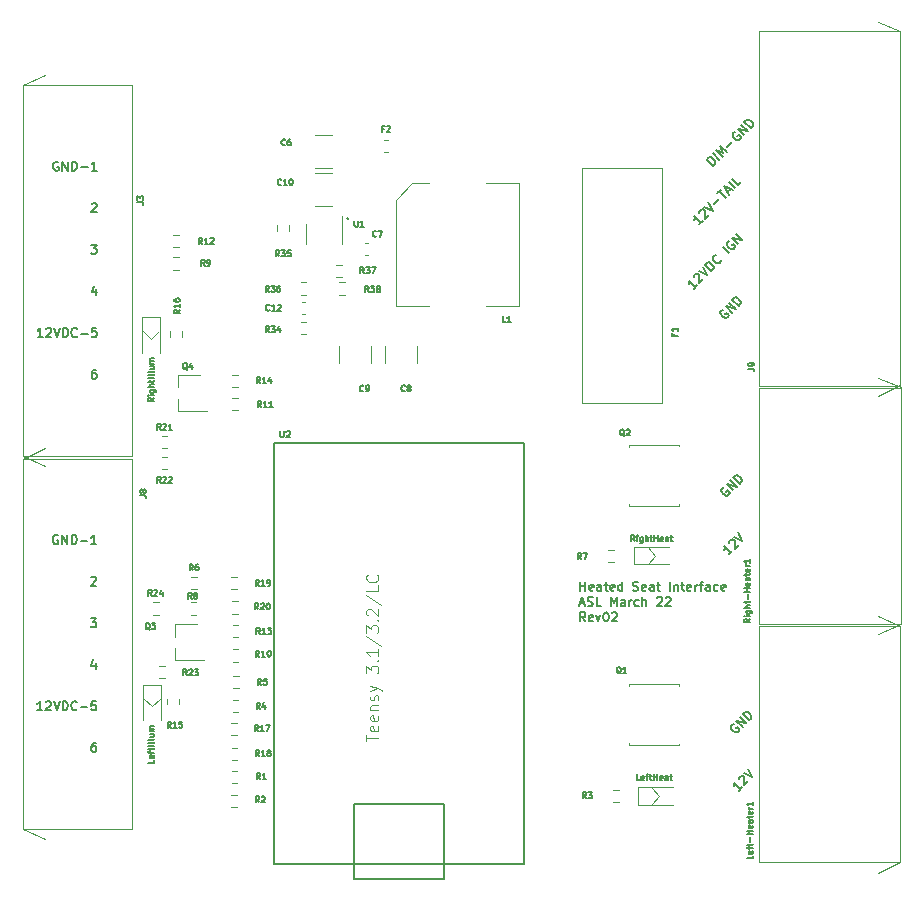
<source format=gbr>
%TF.GenerationSoftware,KiCad,Pcbnew,(5.1.9)-1*%
%TF.CreationDate,2022-03-12T14:49:13-05:00*%
%TF.ProjectId,4runner-seat-heat,3472756e-6e65-4722-9d73-6561742d6865,rev?*%
%TF.SameCoordinates,Original*%
%TF.FileFunction,Legend,Top*%
%TF.FilePolarity,Positive*%
%FSLAX46Y46*%
G04 Gerber Fmt 4.6, Leading zero omitted, Abs format (unit mm)*
G04 Created by KiCad (PCBNEW (5.1.9)-1) date 2022-03-12 14:49:13*
%MOMM*%
%LPD*%
G01*
G04 APERTURE LIST*
%ADD10C,0.127000*%
%ADD11C,0.100000*%
%ADD12C,0.190500*%
%ADD13C,0.152400*%
%ADD14C,0.120000*%
%ADD15C,0.150000*%
G04 APERTURE END LIST*
D10*
X52240476Y-58329809D02*
X51998571Y-58329809D01*
X51998571Y-57821809D01*
X52603333Y-58305619D02*
X52554952Y-58329809D01*
X52458190Y-58329809D01*
X52409809Y-58305619D01*
X52385619Y-58257238D01*
X52385619Y-58063714D01*
X52409809Y-58015333D01*
X52458190Y-57991142D01*
X52554952Y-57991142D01*
X52603333Y-58015333D01*
X52627523Y-58063714D01*
X52627523Y-58112095D01*
X52385619Y-58160476D01*
X52772666Y-57991142D02*
X52966190Y-57991142D01*
X52845238Y-58329809D02*
X52845238Y-57894380D01*
X52869428Y-57846000D01*
X52917809Y-57821809D01*
X52966190Y-57821809D01*
X53062952Y-57991142D02*
X53256476Y-57991142D01*
X53135523Y-57821809D02*
X53135523Y-58257238D01*
X53159714Y-58305619D01*
X53208095Y-58329809D01*
X53256476Y-58329809D01*
X53425809Y-58329809D02*
X53425809Y-57821809D01*
X53425809Y-58063714D02*
X53716095Y-58063714D01*
X53716095Y-58329809D02*
X53716095Y-57821809D01*
X54151523Y-58305619D02*
X54103142Y-58329809D01*
X54006380Y-58329809D01*
X53958000Y-58305619D01*
X53933809Y-58257238D01*
X53933809Y-58063714D01*
X53958000Y-58015333D01*
X54006380Y-57991142D01*
X54103142Y-57991142D01*
X54151523Y-58015333D01*
X54175714Y-58063714D01*
X54175714Y-58112095D01*
X53933809Y-58160476D01*
X54611142Y-58329809D02*
X54611142Y-58063714D01*
X54586952Y-58015333D01*
X54538571Y-57991142D01*
X54441809Y-57991142D01*
X54393428Y-58015333D01*
X54611142Y-58305619D02*
X54562761Y-58329809D01*
X54441809Y-58329809D01*
X54393428Y-58305619D01*
X54369238Y-58257238D01*
X54369238Y-58208857D01*
X54393428Y-58160476D01*
X54441809Y-58136285D01*
X54562761Y-58136285D01*
X54611142Y-58112095D01*
X54780476Y-57991142D02*
X54974000Y-57991142D01*
X54853047Y-57821809D02*
X54853047Y-58257238D01*
X54877238Y-58305619D01*
X54925619Y-58329809D01*
X54974000Y-58329809D01*
X51822761Y-38129809D02*
X51653428Y-37887904D01*
X51532476Y-38129809D02*
X51532476Y-37621809D01*
X51726000Y-37621809D01*
X51774380Y-37646000D01*
X51798571Y-37670190D01*
X51822761Y-37718571D01*
X51822761Y-37791142D01*
X51798571Y-37839523D01*
X51774380Y-37863714D01*
X51726000Y-37887904D01*
X51532476Y-37887904D01*
X52040476Y-38129809D02*
X52040476Y-37791142D01*
X52040476Y-37621809D02*
X52016285Y-37646000D01*
X52040476Y-37670190D01*
X52064666Y-37646000D01*
X52040476Y-37621809D01*
X52040476Y-37670190D01*
X52500095Y-37791142D02*
X52500095Y-38202380D01*
X52475904Y-38250761D01*
X52451714Y-38274952D01*
X52403333Y-38299142D01*
X52330761Y-38299142D01*
X52282380Y-38274952D01*
X52500095Y-38105619D02*
X52451714Y-38129809D01*
X52354952Y-38129809D01*
X52306571Y-38105619D01*
X52282380Y-38081428D01*
X52258190Y-38033047D01*
X52258190Y-37887904D01*
X52282380Y-37839523D01*
X52306571Y-37815333D01*
X52354952Y-37791142D01*
X52451714Y-37791142D01*
X52500095Y-37815333D01*
X52742000Y-38129809D02*
X52742000Y-37621809D01*
X52959714Y-38129809D02*
X52959714Y-37863714D01*
X52935523Y-37815333D01*
X52887142Y-37791142D01*
X52814571Y-37791142D01*
X52766190Y-37815333D01*
X52742000Y-37839523D01*
X53129047Y-37791142D02*
X53322571Y-37791142D01*
X53201619Y-37621809D02*
X53201619Y-38057238D01*
X53225809Y-38105619D01*
X53274190Y-38129809D01*
X53322571Y-38129809D01*
X53491904Y-38129809D02*
X53491904Y-37621809D01*
X53491904Y-37863714D02*
X53782190Y-37863714D01*
X53782190Y-38129809D02*
X53782190Y-37621809D01*
X54217619Y-38105619D02*
X54169238Y-38129809D01*
X54072476Y-38129809D01*
X54024095Y-38105619D01*
X53999904Y-38057238D01*
X53999904Y-37863714D01*
X54024095Y-37815333D01*
X54072476Y-37791142D01*
X54169238Y-37791142D01*
X54217619Y-37815333D01*
X54241809Y-37863714D01*
X54241809Y-37912095D01*
X53999904Y-37960476D01*
X54677238Y-38129809D02*
X54677238Y-37863714D01*
X54653047Y-37815333D01*
X54604666Y-37791142D01*
X54507904Y-37791142D01*
X54459523Y-37815333D01*
X54677238Y-38105619D02*
X54628857Y-38129809D01*
X54507904Y-38129809D01*
X54459523Y-38105619D01*
X54435333Y-38057238D01*
X54435333Y-38008857D01*
X54459523Y-37960476D01*
X54507904Y-37936285D01*
X54628857Y-37936285D01*
X54677238Y-37912095D01*
X54846571Y-37791142D02*
X55040095Y-37791142D01*
X54919142Y-37621809D02*
X54919142Y-38057238D01*
X54943333Y-38105619D01*
X54991714Y-38129809D01*
X55040095Y-38129809D01*
X11129809Y-56606285D02*
X11129809Y-56848190D01*
X10621809Y-56848190D01*
X11105619Y-56243428D02*
X11129809Y-56291809D01*
X11129809Y-56388571D01*
X11105619Y-56436952D01*
X11057238Y-56461142D01*
X10863714Y-56461142D01*
X10815333Y-56436952D01*
X10791142Y-56388571D01*
X10791142Y-56291809D01*
X10815333Y-56243428D01*
X10863714Y-56219238D01*
X10912095Y-56219238D01*
X10960476Y-56461142D01*
X10791142Y-56074095D02*
X10791142Y-55880571D01*
X11129809Y-56001523D02*
X10694380Y-56001523D01*
X10646000Y-55977333D01*
X10621809Y-55928952D01*
X10621809Y-55880571D01*
X10791142Y-55783809D02*
X10791142Y-55590285D01*
X10621809Y-55711238D02*
X11057238Y-55711238D01*
X11105619Y-55687047D01*
X11129809Y-55638666D01*
X11129809Y-55590285D01*
X11129809Y-55420952D02*
X10621809Y-55420952D01*
X11129809Y-55106476D02*
X11105619Y-55154857D01*
X11057238Y-55179047D01*
X10621809Y-55179047D01*
X11129809Y-54840380D02*
X11105619Y-54888761D01*
X11057238Y-54912952D01*
X10621809Y-54912952D01*
X10791142Y-54429142D02*
X11129809Y-54429142D01*
X10791142Y-54646857D02*
X11057238Y-54646857D01*
X11105619Y-54622666D01*
X11129809Y-54574285D01*
X11129809Y-54501714D01*
X11105619Y-54453333D01*
X11081428Y-54429142D01*
X11129809Y-54187238D02*
X10791142Y-54187238D01*
X10839523Y-54187238D02*
X10815333Y-54163047D01*
X10791142Y-54114666D01*
X10791142Y-54042095D01*
X10815333Y-53993714D01*
X10863714Y-53969523D01*
X11129809Y-53969523D01*
X10863714Y-53969523D02*
X10815333Y-53945333D01*
X10791142Y-53896952D01*
X10791142Y-53824380D01*
X10815333Y-53776000D01*
X10863714Y-53751809D01*
X11129809Y-53751809D01*
X11129809Y-25974000D02*
X10887904Y-26143333D01*
X11129809Y-26264285D02*
X10621809Y-26264285D01*
X10621809Y-26070761D01*
X10646000Y-26022380D01*
X10670190Y-25998190D01*
X10718571Y-25974000D01*
X10791142Y-25974000D01*
X10839523Y-25998190D01*
X10863714Y-26022380D01*
X10887904Y-26070761D01*
X10887904Y-26264285D01*
X11129809Y-25756285D02*
X10791142Y-25756285D01*
X10621809Y-25756285D02*
X10646000Y-25780476D01*
X10670190Y-25756285D01*
X10646000Y-25732095D01*
X10621809Y-25756285D01*
X10670190Y-25756285D01*
X10791142Y-25296666D02*
X11202380Y-25296666D01*
X11250761Y-25320857D01*
X11274952Y-25345047D01*
X11299142Y-25393428D01*
X11299142Y-25466000D01*
X11274952Y-25514380D01*
X11105619Y-25296666D02*
X11129809Y-25345047D01*
X11129809Y-25441809D01*
X11105619Y-25490190D01*
X11081428Y-25514380D01*
X11033047Y-25538571D01*
X10887904Y-25538571D01*
X10839523Y-25514380D01*
X10815333Y-25490190D01*
X10791142Y-25441809D01*
X10791142Y-25345047D01*
X10815333Y-25296666D01*
X11129809Y-25054761D02*
X10621809Y-25054761D01*
X11129809Y-24837047D02*
X10863714Y-24837047D01*
X10815333Y-24861238D01*
X10791142Y-24909619D01*
X10791142Y-24982190D01*
X10815333Y-25030571D01*
X10839523Y-25054761D01*
X10791142Y-24667714D02*
X10791142Y-24474190D01*
X10621809Y-24595142D02*
X11057238Y-24595142D01*
X11105619Y-24570952D01*
X11129809Y-24522571D01*
X11129809Y-24474190D01*
X11129809Y-24304857D02*
X10621809Y-24304857D01*
X11129809Y-23990380D02*
X11105619Y-24038761D01*
X11057238Y-24062952D01*
X10621809Y-24062952D01*
X11129809Y-23724285D02*
X11105619Y-23772666D01*
X11057238Y-23796857D01*
X10621809Y-23796857D01*
X10791142Y-23313047D02*
X11129809Y-23313047D01*
X10791142Y-23530761D02*
X11057238Y-23530761D01*
X11105619Y-23506571D01*
X11129809Y-23458190D01*
X11129809Y-23385619D01*
X11105619Y-23337238D01*
X11081428Y-23313047D01*
X11129809Y-23071142D02*
X10791142Y-23071142D01*
X10839523Y-23071142D02*
X10815333Y-23046952D01*
X10791142Y-22998571D01*
X10791142Y-22926000D01*
X10815333Y-22877619D01*
X10863714Y-22853428D01*
X11129809Y-22853428D01*
X10863714Y-22853428D02*
X10815333Y-22829238D01*
X10791142Y-22780857D01*
X10791142Y-22708285D01*
X10815333Y-22659904D01*
X10863714Y-22635714D01*
X11129809Y-22635714D01*
D11*
X29102380Y-55045238D02*
X29102380Y-54473809D01*
X30102380Y-54759523D02*
X29102380Y-54759523D01*
X30054761Y-53759523D02*
X30102380Y-53854761D01*
X30102380Y-54045238D01*
X30054761Y-54140476D01*
X29959523Y-54188095D01*
X29578571Y-54188095D01*
X29483333Y-54140476D01*
X29435714Y-54045238D01*
X29435714Y-53854761D01*
X29483333Y-53759523D01*
X29578571Y-53711904D01*
X29673809Y-53711904D01*
X29769047Y-54188095D01*
X30054761Y-52902380D02*
X30102380Y-52997619D01*
X30102380Y-53188095D01*
X30054761Y-53283333D01*
X29959523Y-53330952D01*
X29578571Y-53330952D01*
X29483333Y-53283333D01*
X29435714Y-53188095D01*
X29435714Y-52997619D01*
X29483333Y-52902380D01*
X29578571Y-52854761D01*
X29673809Y-52854761D01*
X29769047Y-53330952D01*
X29435714Y-52426190D02*
X30102380Y-52426190D01*
X29530952Y-52426190D02*
X29483333Y-52378571D01*
X29435714Y-52283333D01*
X29435714Y-52140476D01*
X29483333Y-52045238D01*
X29578571Y-51997619D01*
X30102380Y-51997619D01*
X30054761Y-51569047D02*
X30102380Y-51473809D01*
X30102380Y-51283333D01*
X30054761Y-51188095D01*
X29959523Y-51140476D01*
X29911904Y-51140476D01*
X29816666Y-51188095D01*
X29769047Y-51283333D01*
X29769047Y-51426190D01*
X29721428Y-51521428D01*
X29626190Y-51569047D01*
X29578571Y-51569047D01*
X29483333Y-51521428D01*
X29435714Y-51426190D01*
X29435714Y-51283333D01*
X29483333Y-51188095D01*
X29435714Y-50807142D02*
X30102380Y-50569047D01*
X29435714Y-50330952D02*
X30102380Y-50569047D01*
X30340476Y-50664285D01*
X30388095Y-50711904D01*
X30435714Y-50807142D01*
X29102380Y-49283333D02*
X29102380Y-48664285D01*
X29483333Y-48997619D01*
X29483333Y-48854761D01*
X29530952Y-48759523D01*
X29578571Y-48711904D01*
X29673809Y-48664285D01*
X29911904Y-48664285D01*
X30007142Y-48711904D01*
X30054761Y-48759523D01*
X30102380Y-48854761D01*
X30102380Y-49140476D01*
X30054761Y-49235714D01*
X30007142Y-49283333D01*
X30007142Y-48235714D02*
X30054761Y-48188095D01*
X30102380Y-48235714D01*
X30054761Y-48283333D01*
X30007142Y-48235714D01*
X30102380Y-48235714D01*
X30102380Y-47235714D02*
X30102380Y-47807142D01*
X30102380Y-47521428D02*
X29102380Y-47521428D01*
X29245238Y-47616666D01*
X29340476Y-47711904D01*
X29388095Y-47807142D01*
X29054761Y-46092857D02*
X30340476Y-46950000D01*
X29102380Y-45854761D02*
X29102380Y-45235714D01*
X29483333Y-45569047D01*
X29483333Y-45426190D01*
X29530952Y-45330952D01*
X29578571Y-45283333D01*
X29673809Y-45235714D01*
X29911904Y-45235714D01*
X30007142Y-45283333D01*
X30054761Y-45330952D01*
X30102380Y-45426190D01*
X30102380Y-45711904D01*
X30054761Y-45807142D01*
X30007142Y-45854761D01*
X30007142Y-44807142D02*
X30054761Y-44759523D01*
X30102380Y-44807142D01*
X30054761Y-44854761D01*
X30007142Y-44807142D01*
X30102380Y-44807142D01*
X29197619Y-44378571D02*
X29150000Y-44330952D01*
X29102380Y-44235714D01*
X29102380Y-43997619D01*
X29150000Y-43902380D01*
X29197619Y-43854761D01*
X29292857Y-43807142D01*
X29388095Y-43807142D01*
X29530952Y-43854761D01*
X30102380Y-44426190D01*
X30102380Y-43807142D01*
X29054761Y-42664285D02*
X30340476Y-43521428D01*
X30102380Y-41854761D02*
X30102380Y-42330952D01*
X29102380Y-42330952D01*
X30007142Y-40950000D02*
X30054761Y-40997619D01*
X30102380Y-41140476D01*
X30102380Y-41235714D01*
X30054761Y-41378571D01*
X29959523Y-41473809D01*
X29864285Y-41521428D01*
X29673809Y-41569047D01*
X29530952Y-41569047D01*
X29340476Y-41521428D01*
X29245238Y-41473809D01*
X29150000Y-41378571D01*
X29102380Y-41235714D01*
X29102380Y-41140476D01*
X29150000Y-40997619D01*
X29197619Y-40950000D01*
D12*
X58455843Y-6331756D02*
X57917027Y-5792940D01*
X58045317Y-5664651D01*
X58147948Y-5613335D01*
X58250580Y-5613335D01*
X58327553Y-5638993D01*
X58455843Y-5715967D01*
X58532816Y-5792940D01*
X58609790Y-5921230D01*
X58635448Y-5998203D01*
X58635448Y-6100835D01*
X58584132Y-6203466D01*
X58455843Y-6331756D01*
X58994658Y-5792940D02*
X58455843Y-5254125D01*
X59251237Y-5536362D02*
X58712422Y-4997546D01*
X59276895Y-5202809D01*
X59071632Y-4638336D01*
X59610447Y-5177151D01*
X59661763Y-4715310D02*
X60072289Y-4304784D01*
X60303210Y-3458074D02*
X60226236Y-3483732D01*
X60149262Y-3560705D01*
X60097947Y-3663337D01*
X60097947Y-3765968D01*
X60123605Y-3842942D01*
X60200578Y-3971231D01*
X60277552Y-4048205D01*
X60405841Y-4125179D01*
X60482815Y-4150837D01*
X60585446Y-4150837D01*
X60688078Y-4099521D01*
X60739394Y-4048205D01*
X60790709Y-3945574D01*
X60790709Y-3894258D01*
X60611104Y-3714653D01*
X60508473Y-3817284D01*
X61072946Y-3714653D02*
X60534131Y-3175837D01*
X61380840Y-3406758D01*
X60842025Y-2867943D01*
X61637419Y-3150179D02*
X61098604Y-2611364D01*
X61226893Y-2483075D01*
X61329525Y-2431759D01*
X61432156Y-2431759D01*
X61509130Y-2457417D01*
X61637419Y-2534390D01*
X61714393Y-2611364D01*
X61791366Y-2739653D01*
X61817024Y-2816627D01*
X61817024Y-2919259D01*
X61765709Y-3021890D01*
X61637419Y-3150179D01*
D13*
X47206988Y-42292814D02*
X47206988Y-41530814D01*
X47206988Y-41893671D02*
X47642417Y-41893671D01*
X47642417Y-42292814D02*
X47642417Y-41530814D01*
X48295560Y-42256528D02*
X48222988Y-42292814D01*
X48077845Y-42292814D01*
X48005274Y-42256528D01*
X47968988Y-42183957D01*
X47968988Y-41893671D01*
X48005274Y-41821100D01*
X48077845Y-41784814D01*
X48222988Y-41784814D01*
X48295560Y-41821100D01*
X48331845Y-41893671D01*
X48331845Y-41966242D01*
X47968988Y-42038814D01*
X48984988Y-42292814D02*
X48984988Y-41893671D01*
X48948702Y-41821100D01*
X48876131Y-41784814D01*
X48730988Y-41784814D01*
X48658417Y-41821100D01*
X48984988Y-42256528D02*
X48912417Y-42292814D01*
X48730988Y-42292814D01*
X48658417Y-42256528D01*
X48622131Y-42183957D01*
X48622131Y-42111385D01*
X48658417Y-42038814D01*
X48730988Y-42002528D01*
X48912417Y-42002528D01*
X48984988Y-41966242D01*
X49238988Y-41784814D02*
X49529274Y-41784814D01*
X49347845Y-41530814D02*
X49347845Y-42183957D01*
X49384131Y-42256528D01*
X49456702Y-42292814D01*
X49529274Y-42292814D01*
X50073560Y-42256528D02*
X50000988Y-42292814D01*
X49855845Y-42292814D01*
X49783274Y-42256528D01*
X49746988Y-42183957D01*
X49746988Y-41893671D01*
X49783274Y-41821100D01*
X49855845Y-41784814D01*
X50000988Y-41784814D01*
X50073560Y-41821100D01*
X50109845Y-41893671D01*
X50109845Y-41966242D01*
X49746988Y-42038814D01*
X50762988Y-42292814D02*
X50762988Y-41530814D01*
X50762988Y-42256528D02*
X50690417Y-42292814D01*
X50545274Y-42292814D01*
X50472702Y-42256528D01*
X50436417Y-42220242D01*
X50400131Y-42147671D01*
X50400131Y-41929957D01*
X50436417Y-41857385D01*
X50472702Y-41821100D01*
X50545274Y-41784814D01*
X50690417Y-41784814D01*
X50762988Y-41821100D01*
X51670131Y-42256528D02*
X51778988Y-42292814D01*
X51960417Y-42292814D01*
X52032988Y-42256528D01*
X52069274Y-42220242D01*
X52105560Y-42147671D01*
X52105560Y-42075100D01*
X52069274Y-42002528D01*
X52032988Y-41966242D01*
X51960417Y-41929957D01*
X51815274Y-41893671D01*
X51742702Y-41857385D01*
X51706417Y-41821100D01*
X51670131Y-41748528D01*
X51670131Y-41675957D01*
X51706417Y-41603385D01*
X51742702Y-41567100D01*
X51815274Y-41530814D01*
X51996702Y-41530814D01*
X52105560Y-41567100D01*
X52722417Y-42256528D02*
X52649845Y-42292814D01*
X52504702Y-42292814D01*
X52432131Y-42256528D01*
X52395845Y-42183957D01*
X52395845Y-41893671D01*
X52432131Y-41821100D01*
X52504702Y-41784814D01*
X52649845Y-41784814D01*
X52722417Y-41821100D01*
X52758702Y-41893671D01*
X52758702Y-41966242D01*
X52395845Y-42038814D01*
X53411845Y-42292814D02*
X53411845Y-41893671D01*
X53375560Y-41821100D01*
X53302988Y-41784814D01*
X53157845Y-41784814D01*
X53085274Y-41821100D01*
X53411845Y-42256528D02*
X53339274Y-42292814D01*
X53157845Y-42292814D01*
X53085274Y-42256528D01*
X53048988Y-42183957D01*
X53048988Y-42111385D01*
X53085274Y-42038814D01*
X53157845Y-42002528D01*
X53339274Y-42002528D01*
X53411845Y-41966242D01*
X53665845Y-41784814D02*
X53956131Y-41784814D01*
X53774702Y-41530814D02*
X53774702Y-42183957D01*
X53810988Y-42256528D01*
X53883560Y-42292814D01*
X53956131Y-42292814D01*
X54790702Y-42292814D02*
X54790702Y-41530814D01*
X55153560Y-41784814D02*
X55153560Y-42292814D01*
X55153560Y-41857385D02*
X55189845Y-41821100D01*
X55262417Y-41784814D01*
X55371274Y-41784814D01*
X55443845Y-41821100D01*
X55480131Y-41893671D01*
X55480131Y-42292814D01*
X55734131Y-41784814D02*
X56024417Y-41784814D01*
X55842988Y-41530814D02*
X55842988Y-42183957D01*
X55879274Y-42256528D01*
X55951845Y-42292814D01*
X56024417Y-42292814D01*
X56568702Y-42256528D02*
X56496131Y-42292814D01*
X56350988Y-42292814D01*
X56278417Y-42256528D01*
X56242131Y-42183957D01*
X56242131Y-41893671D01*
X56278417Y-41821100D01*
X56350988Y-41784814D01*
X56496131Y-41784814D01*
X56568702Y-41821100D01*
X56604988Y-41893671D01*
X56604988Y-41966242D01*
X56242131Y-42038814D01*
X56931560Y-42292814D02*
X56931560Y-41784814D01*
X56931560Y-41929957D02*
X56967845Y-41857385D01*
X57004131Y-41821100D01*
X57076702Y-41784814D01*
X57149274Y-41784814D01*
X57294417Y-41784814D02*
X57584702Y-41784814D01*
X57403274Y-42292814D02*
X57403274Y-41639671D01*
X57439560Y-41567100D01*
X57512131Y-41530814D01*
X57584702Y-41530814D01*
X58165274Y-42292814D02*
X58165274Y-41893671D01*
X58128988Y-41821100D01*
X58056417Y-41784814D01*
X57911274Y-41784814D01*
X57838702Y-41821100D01*
X58165274Y-42256528D02*
X58092702Y-42292814D01*
X57911274Y-42292814D01*
X57838702Y-42256528D01*
X57802417Y-42183957D01*
X57802417Y-42111385D01*
X57838702Y-42038814D01*
X57911274Y-42002528D01*
X58092702Y-42002528D01*
X58165274Y-41966242D01*
X58854702Y-42256528D02*
X58782131Y-42292814D01*
X58636988Y-42292814D01*
X58564417Y-42256528D01*
X58528131Y-42220242D01*
X58491845Y-42147671D01*
X58491845Y-41929957D01*
X58528131Y-41857385D01*
X58564417Y-41821100D01*
X58636988Y-41784814D01*
X58782131Y-41784814D01*
X58854702Y-41821100D01*
X59471560Y-42256528D02*
X59398988Y-42292814D01*
X59253845Y-42292814D01*
X59181274Y-42256528D01*
X59144988Y-42183957D01*
X59144988Y-41893671D01*
X59181274Y-41821100D01*
X59253845Y-41784814D01*
X59398988Y-41784814D01*
X59471560Y-41821100D01*
X59507845Y-41893671D01*
X59507845Y-41966242D01*
X59144988Y-42038814D01*
X47170702Y-43370500D02*
X47533560Y-43370500D01*
X47098131Y-43588214D02*
X47352131Y-42826214D01*
X47606131Y-43588214D01*
X47823845Y-43551928D02*
X47932702Y-43588214D01*
X48114131Y-43588214D01*
X48186702Y-43551928D01*
X48222988Y-43515642D01*
X48259274Y-43443071D01*
X48259274Y-43370500D01*
X48222988Y-43297928D01*
X48186702Y-43261642D01*
X48114131Y-43225357D01*
X47968988Y-43189071D01*
X47896417Y-43152785D01*
X47860131Y-43116500D01*
X47823845Y-43043928D01*
X47823845Y-42971357D01*
X47860131Y-42898785D01*
X47896417Y-42862500D01*
X47968988Y-42826214D01*
X48150417Y-42826214D01*
X48259274Y-42862500D01*
X48948702Y-43588214D02*
X48585845Y-43588214D01*
X48585845Y-42826214D01*
X49783274Y-43588214D02*
X49783274Y-42826214D01*
X50037274Y-43370500D01*
X50291274Y-42826214D01*
X50291274Y-43588214D01*
X50980702Y-43588214D02*
X50980702Y-43189071D01*
X50944417Y-43116500D01*
X50871845Y-43080214D01*
X50726702Y-43080214D01*
X50654131Y-43116500D01*
X50980702Y-43551928D02*
X50908131Y-43588214D01*
X50726702Y-43588214D01*
X50654131Y-43551928D01*
X50617845Y-43479357D01*
X50617845Y-43406785D01*
X50654131Y-43334214D01*
X50726702Y-43297928D01*
X50908131Y-43297928D01*
X50980702Y-43261642D01*
X51343560Y-43588214D02*
X51343560Y-43080214D01*
X51343560Y-43225357D02*
X51379845Y-43152785D01*
X51416131Y-43116500D01*
X51488702Y-43080214D01*
X51561274Y-43080214D01*
X52141845Y-43551928D02*
X52069274Y-43588214D01*
X51924131Y-43588214D01*
X51851560Y-43551928D01*
X51815274Y-43515642D01*
X51778988Y-43443071D01*
X51778988Y-43225357D01*
X51815274Y-43152785D01*
X51851560Y-43116500D01*
X51924131Y-43080214D01*
X52069274Y-43080214D01*
X52141845Y-43116500D01*
X52468417Y-43588214D02*
X52468417Y-42826214D01*
X52794988Y-43588214D02*
X52794988Y-43189071D01*
X52758702Y-43116500D01*
X52686131Y-43080214D01*
X52577274Y-43080214D01*
X52504702Y-43116500D01*
X52468417Y-43152785D01*
X53702131Y-42898785D02*
X53738417Y-42862500D01*
X53810988Y-42826214D01*
X53992417Y-42826214D01*
X54064988Y-42862500D01*
X54101274Y-42898785D01*
X54137560Y-42971357D01*
X54137560Y-43043928D01*
X54101274Y-43152785D01*
X53665845Y-43588214D01*
X54137560Y-43588214D01*
X54427845Y-42898785D02*
X54464131Y-42862500D01*
X54536702Y-42826214D01*
X54718131Y-42826214D01*
X54790702Y-42862500D01*
X54826988Y-42898785D01*
X54863274Y-42971357D01*
X54863274Y-43043928D01*
X54826988Y-43152785D01*
X54391560Y-43588214D01*
X54863274Y-43588214D01*
X47642417Y-44883614D02*
X47388417Y-44520757D01*
X47206988Y-44883614D02*
X47206988Y-44121614D01*
X47497274Y-44121614D01*
X47569845Y-44157900D01*
X47606131Y-44194185D01*
X47642417Y-44266757D01*
X47642417Y-44375614D01*
X47606131Y-44448185D01*
X47569845Y-44484471D01*
X47497274Y-44520757D01*
X47206988Y-44520757D01*
X48259274Y-44847328D02*
X48186702Y-44883614D01*
X48041560Y-44883614D01*
X47968988Y-44847328D01*
X47932702Y-44774757D01*
X47932702Y-44484471D01*
X47968988Y-44411900D01*
X48041560Y-44375614D01*
X48186702Y-44375614D01*
X48259274Y-44411900D01*
X48295560Y-44484471D01*
X48295560Y-44557042D01*
X47932702Y-44629614D01*
X48549560Y-44375614D02*
X48730988Y-44883614D01*
X48912417Y-44375614D01*
X49347845Y-44121614D02*
X49420417Y-44121614D01*
X49492988Y-44157900D01*
X49529274Y-44194185D01*
X49565560Y-44266757D01*
X49601845Y-44411900D01*
X49601845Y-44593328D01*
X49565560Y-44738471D01*
X49529274Y-44811042D01*
X49492988Y-44847328D01*
X49420417Y-44883614D01*
X49347845Y-44883614D01*
X49275274Y-44847328D01*
X49238988Y-44811042D01*
X49202702Y-44738471D01*
X49166417Y-44593328D01*
X49166417Y-44411900D01*
X49202702Y-44266757D01*
X49238988Y-44194185D01*
X49275274Y-44157900D01*
X49347845Y-44121614D01*
X49892131Y-44194185D02*
X49928417Y-44157900D01*
X50000988Y-44121614D01*
X50182417Y-44121614D01*
X50254988Y-44157900D01*
X50291274Y-44194185D01*
X50327560Y-44266757D01*
X50327560Y-44339328D01*
X50291274Y-44448185D01*
X49855845Y-44883614D01*
X50327560Y-44883614D01*
D12*
X5809343Y-41169425D02*
X5845629Y-41133140D01*
X5918200Y-41096854D01*
X6099629Y-41096854D01*
X6172200Y-41133140D01*
X6208486Y-41169425D01*
X6244772Y-41241997D01*
X6244772Y-41314568D01*
X6208486Y-41423425D01*
X5773058Y-41858854D01*
X6244772Y-41858854D01*
X6172200Y-48391734D02*
X6172200Y-48899734D01*
X5990772Y-48101448D02*
X5809343Y-48645734D01*
X6281058Y-48645734D01*
X5773058Y-44617294D02*
X6244772Y-44617294D01*
X5990772Y-44907580D01*
X6099629Y-44907580D01*
X6172200Y-44943865D01*
X6208486Y-44980151D01*
X6244772Y-45052722D01*
X6244772Y-45234151D01*
X6208486Y-45306722D01*
X6172200Y-45343008D01*
X6099629Y-45379294D01*
X5881915Y-45379294D01*
X5809343Y-45343008D01*
X5773058Y-45306722D01*
X1672772Y-52420174D02*
X1237343Y-52420174D01*
X1455058Y-52420174D02*
X1455058Y-51658174D01*
X1382486Y-51767031D01*
X1309915Y-51839602D01*
X1237343Y-51875888D01*
X1963058Y-51730745D02*
X1999343Y-51694460D01*
X2071915Y-51658174D01*
X2253343Y-51658174D01*
X2325915Y-51694460D01*
X2362200Y-51730745D01*
X2398486Y-51803317D01*
X2398486Y-51875888D01*
X2362200Y-51984745D01*
X1926772Y-52420174D01*
X2398486Y-52420174D01*
X2616200Y-51658174D02*
X2870200Y-52420174D01*
X3124200Y-51658174D01*
X3378200Y-52420174D02*
X3378200Y-51658174D01*
X3559629Y-51658174D01*
X3668486Y-51694460D01*
X3741058Y-51767031D01*
X3777343Y-51839602D01*
X3813629Y-51984745D01*
X3813629Y-52093602D01*
X3777343Y-52238745D01*
X3741058Y-52311317D01*
X3668486Y-52383888D01*
X3559629Y-52420174D01*
X3378200Y-52420174D01*
X4575629Y-52347602D02*
X4539343Y-52383888D01*
X4430486Y-52420174D01*
X4357915Y-52420174D01*
X4249058Y-52383888D01*
X4176486Y-52311317D01*
X4140200Y-52238745D01*
X4103915Y-52093602D01*
X4103915Y-51984745D01*
X4140200Y-51839602D01*
X4176486Y-51767031D01*
X4249058Y-51694460D01*
X4357915Y-51658174D01*
X4430486Y-51658174D01*
X4539343Y-51694460D01*
X4575629Y-51730745D01*
X4902200Y-52129888D02*
X5482772Y-52129888D01*
X6208486Y-51658174D02*
X5845629Y-51658174D01*
X5809343Y-52021031D01*
X5845629Y-51984745D01*
X5918200Y-51948460D01*
X6099629Y-51948460D01*
X6172200Y-51984745D01*
X6208486Y-52021031D01*
X6244772Y-52093602D01*
X6244772Y-52275031D01*
X6208486Y-52347602D01*
X6172200Y-52383888D01*
X6099629Y-52420174D01*
X5918200Y-52420174D01*
X5845629Y-52383888D01*
X5809343Y-52347602D01*
X6172200Y-55178614D02*
X6027058Y-55178614D01*
X5954486Y-55214900D01*
X5918200Y-55251185D01*
X5845629Y-55360042D01*
X5809343Y-55505185D01*
X5809343Y-55795471D01*
X5845629Y-55868042D01*
X5881915Y-55904328D01*
X5954486Y-55940614D01*
X6099629Y-55940614D01*
X6172200Y-55904328D01*
X6208486Y-55868042D01*
X6244772Y-55795471D01*
X6244772Y-55614042D01*
X6208486Y-55541471D01*
X6172200Y-55505185D01*
X6099629Y-55468900D01*
X5954486Y-55468900D01*
X5881915Y-55505185D01*
X5845629Y-55541471D01*
X5809343Y-55614042D01*
X2979057Y-37612700D02*
X2906485Y-37576414D01*
X2797628Y-37576414D01*
X2688771Y-37612700D01*
X2616200Y-37685271D01*
X2579914Y-37757842D01*
X2543628Y-37902985D01*
X2543628Y-38011842D01*
X2579914Y-38156985D01*
X2616200Y-38229557D01*
X2688771Y-38302128D01*
X2797628Y-38338414D01*
X2870200Y-38338414D01*
X2979057Y-38302128D01*
X3015342Y-38265842D01*
X3015342Y-38011842D01*
X2870200Y-38011842D01*
X3341914Y-38338414D02*
X3341914Y-37576414D01*
X3777342Y-38338414D01*
X3777342Y-37576414D01*
X4140200Y-38338414D02*
X4140200Y-37576414D01*
X4321628Y-37576414D01*
X4430485Y-37612700D01*
X4503057Y-37685271D01*
X4539342Y-37757842D01*
X4575628Y-37902985D01*
X4575628Y-38011842D01*
X4539342Y-38156985D01*
X4503057Y-38229557D01*
X4430485Y-38302128D01*
X4321628Y-38338414D01*
X4140200Y-38338414D01*
X4902200Y-38048128D02*
X5482771Y-38048128D01*
X6244771Y-38338414D02*
X5809342Y-38338414D01*
X6027057Y-38338414D02*
X6027057Y-37576414D01*
X5954485Y-37685271D01*
X5881914Y-37757842D01*
X5809342Y-37794128D01*
X6199200Y-23569914D02*
X6054058Y-23569914D01*
X5981486Y-23606200D01*
X5945200Y-23642485D01*
X5872629Y-23751342D01*
X5836343Y-23896485D01*
X5836343Y-24186771D01*
X5872629Y-24259342D01*
X5908915Y-24295628D01*
X5981486Y-24331914D01*
X6126629Y-24331914D01*
X6199200Y-24295628D01*
X6235486Y-24259342D01*
X6271772Y-24186771D01*
X6271772Y-24005342D01*
X6235486Y-23932771D01*
X6199200Y-23896485D01*
X6126629Y-23860200D01*
X5981486Y-23860200D01*
X5908915Y-23896485D01*
X5872629Y-23932771D01*
X5836343Y-24005342D01*
X1699772Y-20811474D02*
X1264343Y-20811474D01*
X1482058Y-20811474D02*
X1482058Y-20049474D01*
X1409486Y-20158331D01*
X1336915Y-20230902D01*
X1264343Y-20267188D01*
X1990058Y-20122045D02*
X2026343Y-20085760D01*
X2098915Y-20049474D01*
X2280343Y-20049474D01*
X2352915Y-20085760D01*
X2389200Y-20122045D01*
X2425486Y-20194617D01*
X2425486Y-20267188D01*
X2389200Y-20376045D01*
X1953772Y-20811474D01*
X2425486Y-20811474D01*
X2643200Y-20049474D02*
X2897200Y-20811474D01*
X3151200Y-20049474D01*
X3405200Y-20811474D02*
X3405200Y-20049474D01*
X3586629Y-20049474D01*
X3695486Y-20085760D01*
X3768058Y-20158331D01*
X3804343Y-20230902D01*
X3840629Y-20376045D01*
X3840629Y-20484902D01*
X3804343Y-20630045D01*
X3768058Y-20702617D01*
X3695486Y-20775188D01*
X3586629Y-20811474D01*
X3405200Y-20811474D01*
X4602629Y-20738902D02*
X4566343Y-20775188D01*
X4457486Y-20811474D01*
X4384915Y-20811474D01*
X4276058Y-20775188D01*
X4203486Y-20702617D01*
X4167200Y-20630045D01*
X4130915Y-20484902D01*
X4130915Y-20376045D01*
X4167200Y-20230902D01*
X4203486Y-20158331D01*
X4276058Y-20085760D01*
X4384915Y-20049474D01*
X4457486Y-20049474D01*
X4566343Y-20085760D01*
X4602629Y-20122045D01*
X4929200Y-20521188D02*
X5509772Y-20521188D01*
X6235486Y-20049474D02*
X5872629Y-20049474D01*
X5836343Y-20412331D01*
X5872629Y-20376045D01*
X5945200Y-20339760D01*
X6126629Y-20339760D01*
X6199200Y-20376045D01*
X6235486Y-20412331D01*
X6271772Y-20484902D01*
X6271772Y-20666331D01*
X6235486Y-20738902D01*
X6199200Y-20775188D01*
X6126629Y-20811474D01*
X5945200Y-20811474D01*
X5872629Y-20775188D01*
X5836343Y-20738902D01*
X6199200Y-16783034D02*
X6199200Y-17291034D01*
X6017772Y-16492748D02*
X5836343Y-17037034D01*
X6308058Y-17037034D01*
X5800058Y-13008594D02*
X6271772Y-13008594D01*
X6017772Y-13298880D01*
X6126629Y-13298880D01*
X6199200Y-13335165D01*
X6235486Y-13371451D01*
X6271772Y-13444022D01*
X6271772Y-13625451D01*
X6235486Y-13698022D01*
X6199200Y-13734308D01*
X6126629Y-13770594D01*
X5908915Y-13770594D01*
X5836343Y-13734308D01*
X5800058Y-13698022D01*
X5836343Y-9560725D02*
X5872629Y-9524440D01*
X5945200Y-9488154D01*
X6126629Y-9488154D01*
X6199200Y-9524440D01*
X6235486Y-9560725D01*
X6271772Y-9633297D01*
X6271772Y-9705868D01*
X6235486Y-9814725D01*
X5800058Y-10250154D01*
X6271772Y-10250154D01*
X3006057Y-6004000D02*
X2933485Y-5967714D01*
X2824628Y-5967714D01*
X2715771Y-6004000D01*
X2643200Y-6076571D01*
X2606914Y-6149142D01*
X2570628Y-6294285D01*
X2570628Y-6403142D01*
X2606914Y-6548285D01*
X2643200Y-6620857D01*
X2715771Y-6693428D01*
X2824628Y-6729714D01*
X2897200Y-6729714D01*
X3006057Y-6693428D01*
X3042342Y-6657142D01*
X3042342Y-6403142D01*
X2897200Y-6403142D01*
X3368914Y-6729714D02*
X3368914Y-5967714D01*
X3804342Y-6729714D01*
X3804342Y-5967714D01*
X4167200Y-6729714D02*
X4167200Y-5967714D01*
X4348628Y-5967714D01*
X4457485Y-6004000D01*
X4530057Y-6076571D01*
X4566342Y-6149142D01*
X4602628Y-6294285D01*
X4602628Y-6403142D01*
X4566342Y-6548285D01*
X4530057Y-6620857D01*
X4457485Y-6693428D01*
X4348628Y-6729714D01*
X4167200Y-6729714D01*
X4929200Y-6439428D02*
X5509771Y-6439428D01*
X6271771Y-6729714D02*
X5836342Y-6729714D01*
X6054057Y-6729714D02*
X6054057Y-5967714D01*
X5981485Y-6076571D01*
X5908914Y-6149142D01*
X5836342Y-6185428D01*
X60920997Y-58946502D02*
X60613102Y-59254396D01*
X60767050Y-59100449D02*
X60228234Y-58561634D01*
X60253892Y-58689923D01*
X60253892Y-58792554D01*
X60228234Y-58869528D01*
X60638760Y-58253739D02*
X60638760Y-58202423D01*
X60664418Y-58125450D01*
X60792708Y-57997160D01*
X60869681Y-57971502D01*
X60920997Y-57971502D01*
X60997971Y-57997160D01*
X61049286Y-58048476D01*
X61100602Y-58151108D01*
X61100602Y-58766897D01*
X61434154Y-58433344D01*
X61049286Y-57740582D02*
X61767707Y-58099792D01*
X61408497Y-57381371D01*
X60191166Y-53582718D02*
X60114192Y-53608376D01*
X60037219Y-53685349D01*
X59985903Y-53787981D01*
X59985903Y-53890612D01*
X60011561Y-53967586D01*
X60088534Y-54095875D01*
X60165508Y-54172849D01*
X60293797Y-54249823D01*
X60370771Y-54275480D01*
X60473402Y-54275480D01*
X60576034Y-54224165D01*
X60627350Y-54172849D01*
X60678665Y-54070217D01*
X60678665Y-54018902D01*
X60499060Y-53839297D01*
X60396429Y-53941928D01*
X60960902Y-53839297D02*
X60422087Y-53300481D01*
X61268797Y-53531402D01*
X60729981Y-52992587D01*
X61525375Y-53274823D02*
X60986560Y-52736008D01*
X61114849Y-52607719D01*
X61217481Y-52556403D01*
X61320112Y-52556403D01*
X61397086Y-52582061D01*
X61525375Y-52659034D01*
X61602349Y-52736008D01*
X61679323Y-52864297D01*
X61704980Y-52941271D01*
X61704980Y-53043902D01*
X61653665Y-53146534D01*
X61525375Y-53274823D01*
X59365666Y-33554818D02*
X59288692Y-33580476D01*
X59211719Y-33657449D01*
X59160403Y-33760081D01*
X59160403Y-33862712D01*
X59186061Y-33939686D01*
X59263034Y-34067975D01*
X59340008Y-34144949D01*
X59468297Y-34221923D01*
X59545271Y-34247580D01*
X59647902Y-34247580D01*
X59750534Y-34196265D01*
X59801850Y-34144949D01*
X59853165Y-34042317D01*
X59853165Y-33991002D01*
X59673560Y-33811397D01*
X59570929Y-33914028D01*
X60135402Y-33811397D02*
X59596587Y-33272581D01*
X60443297Y-33503502D01*
X59904481Y-32964687D01*
X60699875Y-33246923D02*
X60161060Y-32708108D01*
X60289349Y-32579819D01*
X60391981Y-32528503D01*
X60494612Y-32528503D01*
X60571586Y-32554161D01*
X60699875Y-32631134D01*
X60776849Y-32708108D01*
X60853823Y-32836397D01*
X60879480Y-32913371D01*
X60879480Y-33016002D01*
X60828165Y-33118634D01*
X60699875Y-33246923D01*
X60095497Y-38918602D02*
X59787602Y-39226496D01*
X59941550Y-39072549D02*
X59402734Y-38533734D01*
X59428392Y-38662023D01*
X59428392Y-38764654D01*
X59402734Y-38841628D01*
X59813260Y-38225839D02*
X59813260Y-38174523D01*
X59838918Y-38097550D01*
X59967208Y-37969260D01*
X60044181Y-37943602D01*
X60095497Y-37943602D01*
X60172471Y-37969260D01*
X60223786Y-38020576D01*
X60275102Y-38123208D01*
X60275102Y-38738997D01*
X60608654Y-38405444D01*
X60223786Y-37712682D02*
X60942207Y-38071892D01*
X60582997Y-37353471D01*
X57569679Y-10977119D02*
X57261785Y-11285014D01*
X57415732Y-11131066D02*
X56876917Y-10592251D01*
X56902575Y-10720540D01*
X56902575Y-10823172D01*
X56876917Y-10900146D01*
X57287443Y-10284357D02*
X57287443Y-10233041D01*
X57313101Y-10156067D01*
X57441390Y-10027778D01*
X57518364Y-10002120D01*
X57569679Y-10002120D01*
X57646653Y-10027778D01*
X57697969Y-10079094D01*
X57749285Y-10181725D01*
X57749285Y-10797514D01*
X58082837Y-10463962D01*
X57697969Y-9771199D02*
X58416389Y-10130409D01*
X58057179Y-9411989D01*
X58570337Y-9565936D02*
X58980862Y-9155410D01*
X58826915Y-8642253D02*
X59134810Y-8334358D01*
X59519678Y-9027121D02*
X58980862Y-8488305D01*
X59673625Y-8565279D02*
X59930204Y-8308700D01*
X59776257Y-8770542D02*
X59417046Y-8052122D01*
X60135467Y-8411332D01*
X60315072Y-8231727D02*
X59776257Y-7692911D01*
X60828229Y-7718569D02*
X60571651Y-7975148D01*
X60032835Y-7436333D01*
X59276766Y-18492618D02*
X59199792Y-18518276D01*
X59122819Y-18595249D01*
X59071503Y-18697881D01*
X59071503Y-18800512D01*
X59097161Y-18877486D01*
X59174134Y-19005775D01*
X59251108Y-19082749D01*
X59379397Y-19159723D01*
X59456371Y-19185380D01*
X59559002Y-19185380D01*
X59661634Y-19134065D01*
X59712950Y-19082749D01*
X59764265Y-18980117D01*
X59764265Y-18928802D01*
X59584660Y-18749197D01*
X59482029Y-18851828D01*
X60046502Y-18749197D02*
X59507687Y-18210381D01*
X60354397Y-18441302D01*
X59815581Y-17902487D01*
X60610975Y-18184723D02*
X60072160Y-17645908D01*
X60200449Y-17517619D01*
X60303081Y-17466303D01*
X60405712Y-17466303D01*
X60482686Y-17491961D01*
X60610975Y-17568934D01*
X60687949Y-17645908D01*
X60764923Y-17774197D01*
X60790580Y-17851171D01*
X60790580Y-17953802D01*
X60739265Y-18056434D01*
X60610975Y-18184723D01*
X57109385Y-16428514D02*
X56801490Y-16736408D01*
X56955438Y-16582461D02*
X56416622Y-16043646D01*
X56442280Y-16171935D01*
X56442280Y-16274566D01*
X56416622Y-16351540D01*
X56827148Y-15735751D02*
X56827148Y-15684435D01*
X56852806Y-15607462D01*
X56981096Y-15479172D01*
X57058069Y-15453514D01*
X57109385Y-15453514D01*
X57186359Y-15479172D01*
X57237674Y-15530488D01*
X57288990Y-15633120D01*
X57288990Y-16248909D01*
X57622542Y-15915356D01*
X57237674Y-15222594D02*
X57956095Y-15581804D01*
X57596885Y-14863383D01*
X58315305Y-15222594D02*
X57776490Y-14683778D01*
X57904779Y-14555489D01*
X58007411Y-14504173D01*
X58110042Y-14504173D01*
X58187016Y-14529831D01*
X58315305Y-14606805D01*
X58392279Y-14683778D01*
X58469252Y-14812068D01*
X58494910Y-14889041D01*
X58494910Y-14991673D01*
X58443594Y-15094304D01*
X58315305Y-15222594D01*
X59110699Y-14324568D02*
X59110699Y-14375884D01*
X59059383Y-14478515D01*
X59008068Y-14529831D01*
X58905436Y-14581147D01*
X58802805Y-14581147D01*
X58725831Y-14555489D01*
X58597542Y-14478515D01*
X58520568Y-14401542D01*
X58443594Y-14273252D01*
X58417937Y-14196279D01*
X58417937Y-14093647D01*
X58469252Y-13991016D01*
X58520568Y-13939700D01*
X58623200Y-13888384D01*
X58674515Y-13888384D01*
X59803462Y-13734437D02*
X59264646Y-13195622D01*
X59829120Y-12682464D02*
X59752146Y-12708122D01*
X59675172Y-12785096D01*
X59623857Y-12887727D01*
X59623857Y-12990359D01*
X59649514Y-13067332D01*
X59726488Y-13195622D01*
X59803462Y-13272595D01*
X59931751Y-13349569D01*
X60008725Y-13375227D01*
X60111356Y-13375227D01*
X60213988Y-13323911D01*
X60265303Y-13272595D01*
X60316619Y-13169964D01*
X60316619Y-13118648D01*
X60137014Y-12939043D01*
X60034383Y-13041674D01*
X60598856Y-12939043D02*
X60060040Y-12400227D01*
X60906750Y-12631148D01*
X60367935Y-12092333D01*
D14*
%TO.C,J9*%
X74312800Y5075600D02*
X63612800Y5075600D01*
X74312800Y-24914400D02*
X72412800Y-25814400D01*
X74312800Y5085600D02*
X72412800Y5885600D01*
X62311800Y-17414400D02*
X62312800Y5075600D01*
X74312800Y-24924400D02*
X74312800Y5085600D01*
X62311800Y-17414400D02*
X62311800Y-24924400D01*
X62312800Y-24924400D02*
X64312800Y-24924400D01*
X62312800Y5075600D02*
X63612800Y5075600D01*
X64312800Y-24924400D02*
X74312800Y-24924400D01*
%TO.C,R24*%
X11537258Y-43277500D02*
X11062742Y-43277500D01*
X11537258Y-44322500D02*
X11062742Y-44322500D01*
%TO.C,R23*%
X11562742Y-49722500D02*
X12037258Y-49722500D01*
X11562742Y-48677500D02*
X12037258Y-48677500D01*
%TO.C,R22*%
X12237258Y-30977500D02*
X11762742Y-30977500D01*
X12237258Y-32022500D02*
X11762742Y-32022500D01*
%TO.C,R21*%
X11762742Y-30222500D02*
X12237258Y-30222500D01*
X11762742Y-29177500D02*
X12237258Y-29177500D01*
D15*
%TO.C,U2*%
X35648900Y-65405000D02*
X35648900Y-66675000D01*
X35648900Y-66675000D02*
X28028900Y-66675000D01*
X28028900Y-66675000D02*
X28028900Y-65405000D01*
X35648900Y-60325000D02*
X28028900Y-60325000D01*
X28028900Y-60325000D02*
X28028900Y-65405000D01*
X35648900Y-60325000D02*
X35648900Y-65405000D01*
X21238900Y-65425000D02*
X21238900Y-29865000D01*
X21238900Y-29825000D02*
X42438900Y-29825000D01*
X42438900Y-29845000D02*
X42438900Y-65405000D01*
X42438900Y-65405000D02*
X21238900Y-65405000D01*
D14*
%TO.C,Left-Heater1*%
X62311800Y-57795000D02*
X62311800Y-65285000D01*
X74312800Y-45285000D02*
X63612800Y-45285000D01*
X74312800Y-65285000D02*
X74312800Y-45285000D01*
X74312800Y-45275000D02*
X72412800Y-44475000D01*
X64312800Y-65285000D02*
X74312800Y-65285000D01*
X74312800Y-65275000D02*
X72412800Y-66175000D01*
X62312800Y-65285000D02*
X64312800Y-65285000D01*
X62312800Y-45285000D02*
X63612800Y-45285000D01*
X62311800Y-57795000D02*
X62311800Y-45285000D01*
%TO.C,Right-Heater1*%
X62337200Y-37602000D02*
X62337200Y-45092000D01*
X74338200Y-25092000D02*
X63638200Y-25092000D01*
X74338200Y-45092000D02*
X74338200Y-25092000D01*
X74338200Y-25082000D02*
X72438200Y-24282000D01*
X64338200Y-45092000D02*
X74338200Y-45092000D01*
X74338200Y-45082000D02*
X72438200Y-45982000D01*
X62338200Y-45092000D02*
X64338200Y-45092000D01*
X62338200Y-25092000D02*
X63638200Y-25092000D01*
X62337200Y-37602000D02*
X62337200Y-25092000D01*
%TO.C,C7*%
X29223580Y-13908500D02*
X28942420Y-13908500D01*
X29223580Y-12888500D02*
X28942420Y-12888500D01*
%TO.C,C8*%
X33414800Y-23025152D02*
X33414800Y-21602648D01*
X30694800Y-23025152D02*
X30694800Y-21602648D01*
%TO.C,C9*%
X26783200Y-22999752D02*
X26783200Y-21577248D01*
X29503200Y-22999752D02*
X29503200Y-21577248D01*
%TO.C,C10*%
X24739548Y-9691200D02*
X26162052Y-9691200D01*
X24739548Y-6971200D02*
X26162052Y-6971200D01*
%TO.C,C6*%
X24726848Y-3745400D02*
X26149352Y-3745400D01*
X24726848Y-6465400D02*
X26149352Y-6465400D01*
%TO.C,C12*%
X23914980Y-17828800D02*
X23633820Y-17828800D01*
X23914980Y-18848800D02*
X23633820Y-18848800D01*
%TO.C,F1*%
X54165500Y-26390100D02*
X53189100Y-26390100D01*
X54165500Y-9690100D02*
X54165500Y-26390100D01*
X47389100Y-26390100D02*
X53189100Y-26390100D01*
X47389100Y-9690100D02*
X47389100Y-26390100D01*
X47389100Y-6490100D02*
X47389100Y-9690100D01*
X52489100Y-6490100D02*
X47389100Y-6490100D01*
X54165500Y-6490100D02*
X52489100Y-6490100D01*
X54165500Y-9690100D02*
X54165500Y-6490100D01*
%TO.C,F2*%
X30596621Y-5158200D02*
X30922179Y-5158200D01*
X30596621Y-4138200D02*
X30922179Y-4138200D01*
%TO.C,J3*%
X9282000Y-6410000D02*
X9282000Y490000D01*
X9282000Y490000D02*
X8001000Y490000D01*
X8001000Y490000D02*
X1000Y490000D01*
X1000Y490000D02*
X1000Y-24910000D01*
X1000Y-24910000D02*
X1000Y-30910000D01*
X1000Y-30910000D02*
X8701000Y-30910000D01*
X9282000Y-6410000D02*
X9282000Y-30910000D01*
X9282000Y-30910000D02*
X8701000Y-30910000D01*
X1000Y-30910000D02*
X1901000Y-31710000D01*
X1000Y490000D02*
X1901000Y1390000D01*
%TO.C,J8*%
X1000Y-31107600D02*
X1901000Y-30207600D01*
X1000Y-62507600D02*
X1901000Y-63307600D01*
X9282000Y-62507600D02*
X8701000Y-62507600D01*
X9282000Y-38007600D02*
X9282000Y-62507600D01*
X1000Y-62507600D02*
X8701000Y-62507600D01*
X1000Y-56507600D02*
X1000Y-62507600D01*
X1000Y-31107600D02*
X1000Y-56507600D01*
X8001000Y-31107600D02*
X1000Y-31107600D01*
X9282000Y-31107600D02*
X8001000Y-31107600D01*
X9282000Y-38007600D02*
X9282000Y-31107600D01*
%TO.C,R1*%
X18169658Y-58599600D02*
X17695142Y-58599600D01*
X18169658Y-57554600D02*
X17695142Y-57554600D01*
%TO.C,R3*%
X50491158Y-59142100D02*
X50016642Y-59142100D01*
X50491158Y-60187100D02*
X50016642Y-60187100D01*
%TO.C,R2*%
X17669742Y-59586600D02*
X18144258Y-59586600D01*
X17669742Y-60631600D02*
X18144258Y-60631600D01*
%TO.C,R9*%
X13242058Y-14069800D02*
X12767542Y-14069800D01*
X13242058Y-15114800D02*
X12767542Y-15114800D01*
%TO.C,R12*%
X13229358Y-13209800D02*
X12754842Y-13209800D01*
X13229358Y-12164800D02*
X12754842Y-12164800D01*
%TO.C,R4*%
X17784042Y-52592500D02*
X18258558Y-52592500D01*
X17784042Y-51547500D02*
X18258558Y-51547500D01*
%TO.C,R7*%
X50033958Y-39905200D02*
X49559442Y-39905200D01*
X50033958Y-38860200D02*
X49559442Y-38860200D01*
%TO.C,R5*%
X17809442Y-50573200D02*
X18283958Y-50573200D01*
X17809442Y-49528200D02*
X18283958Y-49528200D01*
%TO.C,R6*%
X14740658Y-42140400D02*
X14266142Y-42140400D01*
X14740658Y-41095400D02*
X14266142Y-41095400D01*
%TO.C,R8*%
X14715258Y-43267100D02*
X14240742Y-43267100D01*
X14715258Y-44312100D02*
X14240742Y-44312100D01*
%TO.C,R11*%
X17733242Y-27027400D02*
X18207758Y-27027400D01*
X17733242Y-25982400D02*
X18207758Y-25982400D01*
%TO.C,R10*%
X17784042Y-47267600D02*
X18258558Y-47267600D01*
X17784042Y-48312600D02*
X18258558Y-48312600D01*
%TO.C,R16*%
X12469600Y-20336742D02*
X12469600Y-20811258D01*
X13514600Y-20336742D02*
X13514600Y-20811258D01*
%TO.C,R15*%
X13273300Y-51439042D02*
X13273300Y-51913558D01*
X12228300Y-51439042D02*
X12228300Y-51913558D01*
%TO.C,R14*%
X18207758Y-25084300D02*
X17733242Y-25084300D01*
X18207758Y-24039300D02*
X17733242Y-24039300D01*
%TO.C,R13*%
X18271258Y-46242500D02*
X17796742Y-46242500D01*
X18271258Y-45197500D02*
X17796742Y-45197500D01*
%TO.C,R34*%
X24024358Y-19518100D02*
X23549842Y-19518100D01*
X24024358Y-20563100D02*
X23549842Y-20563100D01*
%TO.C,R35*%
X21499300Y-11357842D02*
X21499300Y-11832358D01*
X22544300Y-11357842D02*
X22544300Y-11832358D01*
%TO.C,R36*%
X23537142Y-16190700D02*
X24011658Y-16190700D01*
X23537142Y-17235700D02*
X24011658Y-17235700D01*
%TO.C,R37*%
X26547042Y-14704800D02*
X27021558Y-14704800D01*
X26547042Y-15749800D02*
X27021558Y-15749800D01*
%TO.C,R38*%
X26770876Y-17223000D02*
X27280324Y-17223000D01*
X26770876Y-16178000D02*
X27280324Y-16178000D01*
%TO.C,R17*%
X18118858Y-53490600D02*
X17644342Y-53490600D01*
X18118858Y-54535600D02*
X17644342Y-54535600D01*
%TO.C,R19*%
X18144258Y-42140400D02*
X17669742Y-42140400D01*
X18144258Y-41095400D02*
X17669742Y-41095400D01*
%TO.C,R18*%
X18169658Y-55573400D02*
X17695142Y-55573400D01*
X18169658Y-56618400D02*
X17695142Y-56618400D01*
%TO.C,R20*%
X17720542Y-44248600D02*
X18195058Y-44248600D01*
X17720542Y-43203600D02*
X18195058Y-43203600D01*
%TO.C,U1*%
X27612800Y-10803100D02*
G75*
G03*
X27612800Y-10803100I-100000J0D01*
G01*
X27022800Y-12983100D02*
X27022800Y-10553100D01*
X23952800Y-11223100D02*
X23952800Y-12983100D01*
%TO.C,D1*%
X53855900Y-59664600D02*
X53255900Y-58964600D01*
X53255900Y-60364600D02*
X53855900Y-59664600D01*
X52055900Y-60399600D02*
X52055900Y-58929600D01*
X52055900Y-60399600D02*
X55040900Y-60399600D01*
X55040900Y-58929600D02*
X52055900Y-58929600D01*
%TO.C,D2*%
X54723400Y-38584200D02*
X51738400Y-38584200D01*
X51738400Y-40054200D02*
X54723400Y-40054200D01*
X51738400Y-40054200D02*
X51738400Y-38584200D01*
X52938400Y-40019200D02*
X53538400Y-39319200D01*
X53538400Y-39319200D02*
X52938400Y-38619200D01*
%TO.C,D3*%
X11606200Y-22135200D02*
X11606200Y-19150200D01*
X10136200Y-19150200D02*
X10136200Y-22135200D01*
X10136200Y-19150200D02*
X11606200Y-19150200D01*
X10171200Y-20350200D02*
X10871200Y-20950200D01*
X10871200Y-20950200D02*
X11571200Y-20350200D01*
%TO.C,D4*%
X10934700Y-52039800D02*
X11634700Y-51439800D01*
X10234700Y-51439800D02*
X10934700Y-52039800D01*
X10199700Y-50239800D02*
X11669700Y-50239800D01*
X10199700Y-50239800D02*
X10199700Y-53224800D01*
X11669700Y-53224800D02*
X11669700Y-50239800D01*
%TO.C,Q1*%
X55593300Y-50185000D02*
X51293300Y-50185000D01*
X55593300Y-50335000D02*
X55593300Y-50185000D01*
X51293300Y-55185000D02*
X51293300Y-55385000D01*
X51293300Y-55385000D02*
X55593300Y-55385000D01*
X51293300Y-50185000D02*
X51293300Y-50385000D01*
X55593300Y-55385000D02*
X55593300Y-55235000D01*
%TO.C,Q2*%
X55593300Y-35124700D02*
X55593300Y-34974700D01*
X51293300Y-29924700D02*
X51293300Y-30124700D01*
X51293300Y-35124700D02*
X55593300Y-35124700D01*
X51293300Y-34924700D02*
X51293300Y-35124700D01*
X55593300Y-30074700D02*
X55593300Y-29924700D01*
X55593300Y-29924700D02*
X51293300Y-29924700D01*
%TO.C,Q4*%
X13159700Y-27065100D02*
X13159700Y-26065100D01*
X13159700Y-24015100D02*
X15009700Y-24015100D01*
X13179700Y-27075100D02*
X15609700Y-27075100D01*
X13159700Y-25065100D02*
X13159700Y-24015100D01*
%TO.C,Q3*%
X12918400Y-46185200D02*
X12918400Y-45135200D01*
X12938400Y-48195200D02*
X15368400Y-48195200D01*
X12918400Y-45135200D02*
X14768400Y-45135200D01*
X12918400Y-48185200D02*
X12918400Y-47185200D01*
%TO.C,L1*%
X41991900Y-18217500D02*
X39191900Y-18217500D01*
X41991900Y-7817500D02*
X41991900Y-18217500D01*
X39191900Y-7817500D02*
X41991900Y-7817500D01*
X32991900Y-7817500D02*
X34391900Y-7817500D01*
X31591900Y-9217500D02*
X32991900Y-7817500D01*
X31591900Y-18217500D02*
X31591900Y-9217500D01*
X34391900Y-18217500D02*
X31591900Y-18217500D01*
%TO.C,J9*%
D10*
X61443809Y-23486533D02*
X61806666Y-23486533D01*
X61879238Y-23510723D01*
X61927619Y-23559104D01*
X61951809Y-23631676D01*
X61951809Y-23680057D01*
X61951809Y-23220438D02*
X61951809Y-23123676D01*
X61927619Y-23075295D01*
X61903428Y-23051104D01*
X61830857Y-23002723D01*
X61734095Y-22978533D01*
X61540571Y-22978533D01*
X61492190Y-23002723D01*
X61468000Y-23026914D01*
X61443809Y-23075295D01*
X61443809Y-23172057D01*
X61468000Y-23220438D01*
X61492190Y-23244628D01*
X61540571Y-23268819D01*
X61661523Y-23268819D01*
X61709904Y-23244628D01*
X61734095Y-23220438D01*
X61758285Y-23172057D01*
X61758285Y-23075295D01*
X61734095Y-23026914D01*
X61709904Y-23002723D01*
X61661523Y-22978533D01*
%TO.C,R24*%
X10923428Y-42729809D02*
X10754095Y-42487904D01*
X10633142Y-42729809D02*
X10633142Y-42221809D01*
X10826666Y-42221809D01*
X10875047Y-42246000D01*
X10899238Y-42270190D01*
X10923428Y-42318571D01*
X10923428Y-42391142D01*
X10899238Y-42439523D01*
X10875047Y-42463714D01*
X10826666Y-42487904D01*
X10633142Y-42487904D01*
X11116952Y-42270190D02*
X11141142Y-42246000D01*
X11189523Y-42221809D01*
X11310476Y-42221809D01*
X11358857Y-42246000D01*
X11383047Y-42270190D01*
X11407238Y-42318571D01*
X11407238Y-42366952D01*
X11383047Y-42439523D01*
X11092761Y-42729809D01*
X11407238Y-42729809D01*
X11842666Y-42391142D02*
X11842666Y-42729809D01*
X11721714Y-42197619D02*
X11600761Y-42560476D01*
X11915238Y-42560476D01*
%TO.C,R23*%
X13897428Y-49455009D02*
X13728095Y-49213104D01*
X13607142Y-49455009D02*
X13607142Y-48947009D01*
X13800666Y-48947009D01*
X13849047Y-48971200D01*
X13873238Y-48995390D01*
X13897428Y-49043771D01*
X13897428Y-49116342D01*
X13873238Y-49164723D01*
X13849047Y-49188914D01*
X13800666Y-49213104D01*
X13607142Y-49213104D01*
X14090952Y-48995390D02*
X14115142Y-48971200D01*
X14163523Y-48947009D01*
X14284476Y-48947009D01*
X14332857Y-48971200D01*
X14357047Y-48995390D01*
X14381238Y-49043771D01*
X14381238Y-49092152D01*
X14357047Y-49164723D01*
X14066761Y-49455009D01*
X14381238Y-49455009D01*
X14550571Y-48947009D02*
X14865047Y-48947009D01*
X14695714Y-49140533D01*
X14768285Y-49140533D01*
X14816666Y-49164723D01*
X14840857Y-49188914D01*
X14865047Y-49237295D01*
X14865047Y-49358247D01*
X14840857Y-49406628D01*
X14816666Y-49430819D01*
X14768285Y-49455009D01*
X14623142Y-49455009D01*
X14574761Y-49430819D01*
X14550571Y-49406628D01*
%TO.C,R22*%
X11673428Y-33159809D02*
X11504095Y-32917904D01*
X11383142Y-33159809D02*
X11383142Y-32651809D01*
X11576666Y-32651809D01*
X11625047Y-32676000D01*
X11649238Y-32700190D01*
X11673428Y-32748571D01*
X11673428Y-32821142D01*
X11649238Y-32869523D01*
X11625047Y-32893714D01*
X11576666Y-32917904D01*
X11383142Y-32917904D01*
X11866952Y-32700190D02*
X11891142Y-32676000D01*
X11939523Y-32651809D01*
X12060476Y-32651809D01*
X12108857Y-32676000D01*
X12133047Y-32700190D01*
X12157238Y-32748571D01*
X12157238Y-32796952D01*
X12133047Y-32869523D01*
X11842761Y-33159809D01*
X12157238Y-33159809D01*
X12350761Y-32700190D02*
X12374952Y-32676000D01*
X12423333Y-32651809D01*
X12544285Y-32651809D01*
X12592666Y-32676000D01*
X12616857Y-32700190D01*
X12641047Y-32748571D01*
X12641047Y-32796952D01*
X12616857Y-32869523D01*
X12326571Y-33159809D01*
X12641047Y-33159809D01*
%TO.C,R21*%
X11673428Y-28679809D02*
X11504095Y-28437904D01*
X11383142Y-28679809D02*
X11383142Y-28171809D01*
X11576666Y-28171809D01*
X11625047Y-28196000D01*
X11649238Y-28220190D01*
X11673428Y-28268571D01*
X11673428Y-28341142D01*
X11649238Y-28389523D01*
X11625047Y-28413714D01*
X11576666Y-28437904D01*
X11383142Y-28437904D01*
X11866952Y-28220190D02*
X11891142Y-28196000D01*
X11939523Y-28171809D01*
X12060476Y-28171809D01*
X12108857Y-28196000D01*
X12133047Y-28220190D01*
X12157238Y-28268571D01*
X12157238Y-28316952D01*
X12133047Y-28389523D01*
X11842761Y-28679809D01*
X12157238Y-28679809D01*
X12641047Y-28679809D02*
X12350761Y-28679809D01*
X12495904Y-28679809D02*
X12495904Y-28171809D01*
X12447523Y-28244380D01*
X12399142Y-28292761D01*
X12350761Y-28316952D01*
%TO.C,U2*%
X21825252Y-28779409D02*
X21825252Y-29190647D01*
X21849442Y-29239028D01*
X21873633Y-29263219D01*
X21922014Y-29287409D01*
X22018776Y-29287409D01*
X22067157Y-29263219D01*
X22091347Y-29239028D01*
X22115538Y-29190647D01*
X22115538Y-28779409D01*
X22333252Y-28827790D02*
X22357442Y-28803600D01*
X22405823Y-28779409D01*
X22526776Y-28779409D01*
X22575157Y-28803600D01*
X22599347Y-28827790D01*
X22623538Y-28876171D01*
X22623538Y-28924552D01*
X22599347Y-28997123D01*
X22309061Y-29287409D01*
X22623538Y-29287409D01*
%TO.C,Left-Heater1*%
X61799409Y-64726457D02*
X61799409Y-64968361D01*
X61291409Y-64968361D01*
X61775219Y-64363600D02*
X61799409Y-64411980D01*
X61799409Y-64508742D01*
X61775219Y-64557123D01*
X61726838Y-64581314D01*
X61533314Y-64581314D01*
X61484933Y-64557123D01*
X61460742Y-64508742D01*
X61460742Y-64411980D01*
X61484933Y-64363600D01*
X61533314Y-64339409D01*
X61581695Y-64339409D01*
X61630076Y-64581314D01*
X61460742Y-64194266D02*
X61460742Y-64000742D01*
X61799409Y-64121695D02*
X61363980Y-64121695D01*
X61315600Y-64097504D01*
X61291409Y-64049123D01*
X61291409Y-64000742D01*
X61460742Y-63903980D02*
X61460742Y-63710457D01*
X61291409Y-63831409D02*
X61726838Y-63831409D01*
X61775219Y-63807219D01*
X61799409Y-63758838D01*
X61799409Y-63710457D01*
X61605885Y-63541123D02*
X61605885Y-63154076D01*
X61799409Y-62912171D02*
X61291409Y-62912171D01*
X61533314Y-62912171D02*
X61533314Y-62621885D01*
X61799409Y-62621885D02*
X61291409Y-62621885D01*
X61775219Y-62186457D02*
X61799409Y-62234838D01*
X61799409Y-62331600D01*
X61775219Y-62379980D01*
X61726838Y-62404171D01*
X61533314Y-62404171D01*
X61484933Y-62379980D01*
X61460742Y-62331600D01*
X61460742Y-62234838D01*
X61484933Y-62186457D01*
X61533314Y-62162266D01*
X61581695Y-62162266D01*
X61630076Y-62404171D01*
X61799409Y-61726838D02*
X61533314Y-61726838D01*
X61484933Y-61751028D01*
X61460742Y-61799409D01*
X61460742Y-61896171D01*
X61484933Y-61944552D01*
X61775219Y-61726838D02*
X61799409Y-61775219D01*
X61799409Y-61896171D01*
X61775219Y-61944552D01*
X61726838Y-61968742D01*
X61678457Y-61968742D01*
X61630076Y-61944552D01*
X61605885Y-61896171D01*
X61605885Y-61775219D01*
X61581695Y-61726838D01*
X61460742Y-61557504D02*
X61460742Y-61363980D01*
X61291409Y-61484933D02*
X61726838Y-61484933D01*
X61775219Y-61460742D01*
X61799409Y-61412361D01*
X61799409Y-61363980D01*
X61775219Y-61001123D02*
X61799409Y-61049504D01*
X61799409Y-61146266D01*
X61775219Y-61194647D01*
X61726838Y-61218838D01*
X61533314Y-61218838D01*
X61484933Y-61194647D01*
X61460742Y-61146266D01*
X61460742Y-61049504D01*
X61484933Y-61001123D01*
X61533314Y-60976933D01*
X61581695Y-60976933D01*
X61630076Y-61218838D01*
X61799409Y-60759219D02*
X61460742Y-60759219D01*
X61557504Y-60759219D02*
X61509123Y-60735028D01*
X61484933Y-60710838D01*
X61460742Y-60662457D01*
X61460742Y-60614076D01*
X61799409Y-60178647D02*
X61799409Y-60468933D01*
X61799409Y-60323790D02*
X61291409Y-60323790D01*
X61363980Y-60372171D01*
X61412361Y-60420552D01*
X61436552Y-60468933D01*
%TO.C,Right-Heater1*%
X61608909Y-44662271D02*
X61367004Y-44831604D01*
X61608909Y-44952557D02*
X61100909Y-44952557D01*
X61100909Y-44759033D01*
X61125100Y-44710652D01*
X61149290Y-44686461D01*
X61197671Y-44662271D01*
X61270242Y-44662271D01*
X61318623Y-44686461D01*
X61342814Y-44710652D01*
X61367004Y-44759033D01*
X61367004Y-44952557D01*
X61608909Y-44444557D02*
X61270242Y-44444557D01*
X61100909Y-44444557D02*
X61125100Y-44468747D01*
X61149290Y-44444557D01*
X61125100Y-44420366D01*
X61100909Y-44444557D01*
X61149290Y-44444557D01*
X61270242Y-43984938D02*
X61681480Y-43984938D01*
X61729861Y-44009128D01*
X61754052Y-44033319D01*
X61778242Y-44081700D01*
X61778242Y-44154271D01*
X61754052Y-44202652D01*
X61584719Y-43984938D02*
X61608909Y-44033319D01*
X61608909Y-44130080D01*
X61584719Y-44178461D01*
X61560528Y-44202652D01*
X61512147Y-44226842D01*
X61367004Y-44226842D01*
X61318623Y-44202652D01*
X61294433Y-44178461D01*
X61270242Y-44130080D01*
X61270242Y-44033319D01*
X61294433Y-43984938D01*
X61608909Y-43743033D02*
X61100909Y-43743033D01*
X61608909Y-43525319D02*
X61342814Y-43525319D01*
X61294433Y-43549509D01*
X61270242Y-43597890D01*
X61270242Y-43670461D01*
X61294433Y-43718842D01*
X61318623Y-43743033D01*
X61270242Y-43355985D02*
X61270242Y-43162461D01*
X61100909Y-43283414D02*
X61536338Y-43283414D01*
X61584719Y-43259223D01*
X61608909Y-43210842D01*
X61608909Y-43162461D01*
X61415385Y-42993128D02*
X61415385Y-42606080D01*
X61608909Y-42364176D02*
X61100909Y-42364176D01*
X61342814Y-42364176D02*
X61342814Y-42073890D01*
X61608909Y-42073890D02*
X61100909Y-42073890D01*
X61584719Y-41638461D02*
X61608909Y-41686842D01*
X61608909Y-41783604D01*
X61584719Y-41831985D01*
X61536338Y-41856176D01*
X61342814Y-41856176D01*
X61294433Y-41831985D01*
X61270242Y-41783604D01*
X61270242Y-41686842D01*
X61294433Y-41638461D01*
X61342814Y-41614271D01*
X61391195Y-41614271D01*
X61439576Y-41856176D01*
X61608909Y-41178842D02*
X61342814Y-41178842D01*
X61294433Y-41203033D01*
X61270242Y-41251414D01*
X61270242Y-41348176D01*
X61294433Y-41396557D01*
X61584719Y-41178842D02*
X61608909Y-41227223D01*
X61608909Y-41348176D01*
X61584719Y-41396557D01*
X61536338Y-41420747D01*
X61487957Y-41420747D01*
X61439576Y-41396557D01*
X61415385Y-41348176D01*
X61415385Y-41227223D01*
X61391195Y-41178842D01*
X61270242Y-41009509D02*
X61270242Y-40815985D01*
X61100909Y-40936938D02*
X61536338Y-40936938D01*
X61584719Y-40912747D01*
X61608909Y-40864366D01*
X61608909Y-40815985D01*
X61584719Y-40453128D02*
X61608909Y-40501509D01*
X61608909Y-40598271D01*
X61584719Y-40646652D01*
X61536338Y-40670842D01*
X61342814Y-40670842D01*
X61294433Y-40646652D01*
X61270242Y-40598271D01*
X61270242Y-40501509D01*
X61294433Y-40453128D01*
X61342814Y-40428938D01*
X61391195Y-40428938D01*
X61439576Y-40670842D01*
X61608909Y-40211223D02*
X61270242Y-40211223D01*
X61367004Y-40211223D02*
X61318623Y-40187033D01*
X61294433Y-40162842D01*
X61270242Y-40114461D01*
X61270242Y-40066080D01*
X61608909Y-39630652D02*
X61608909Y-39920938D01*
X61608909Y-39775795D02*
X61100909Y-39775795D01*
X61173480Y-39824176D01*
X61221861Y-39872557D01*
X61246052Y-39920938D01*
%TO.C,C7*%
X29938133Y-12271828D02*
X29913942Y-12296019D01*
X29841371Y-12320209D01*
X29792990Y-12320209D01*
X29720419Y-12296019D01*
X29672038Y-12247638D01*
X29647847Y-12199257D01*
X29623657Y-12102495D01*
X29623657Y-12029923D01*
X29647847Y-11933161D01*
X29672038Y-11884780D01*
X29720419Y-11836400D01*
X29792990Y-11812209D01*
X29841371Y-11812209D01*
X29913942Y-11836400D01*
X29938133Y-11860590D01*
X30107466Y-11812209D02*
X30446133Y-11812209D01*
X30228419Y-12320209D01*
%TO.C,C8*%
X32363833Y-25378228D02*
X32339642Y-25402419D01*
X32267071Y-25426609D01*
X32218690Y-25426609D01*
X32146119Y-25402419D01*
X32097738Y-25354038D01*
X32073547Y-25305657D01*
X32049357Y-25208895D01*
X32049357Y-25136323D01*
X32073547Y-25039561D01*
X32097738Y-24991180D01*
X32146119Y-24942800D01*
X32218690Y-24918609D01*
X32267071Y-24918609D01*
X32339642Y-24942800D01*
X32363833Y-24966990D01*
X32654119Y-25136323D02*
X32605738Y-25112133D01*
X32581547Y-25087942D01*
X32557357Y-25039561D01*
X32557357Y-25015371D01*
X32581547Y-24966990D01*
X32605738Y-24942800D01*
X32654119Y-24918609D01*
X32750880Y-24918609D01*
X32799261Y-24942800D01*
X32823452Y-24966990D01*
X32847642Y-25015371D01*
X32847642Y-25039561D01*
X32823452Y-25087942D01*
X32799261Y-25112133D01*
X32750880Y-25136323D01*
X32654119Y-25136323D01*
X32605738Y-25160514D01*
X32581547Y-25184704D01*
X32557357Y-25233085D01*
X32557357Y-25329847D01*
X32581547Y-25378228D01*
X32605738Y-25402419D01*
X32654119Y-25426609D01*
X32750880Y-25426609D01*
X32799261Y-25402419D01*
X32823452Y-25378228D01*
X32847642Y-25329847D01*
X32847642Y-25233085D01*
X32823452Y-25184704D01*
X32799261Y-25160514D01*
X32750880Y-25136323D01*
%TO.C,C9*%
X28845933Y-25378228D02*
X28821742Y-25402419D01*
X28749171Y-25426609D01*
X28700790Y-25426609D01*
X28628219Y-25402419D01*
X28579838Y-25354038D01*
X28555647Y-25305657D01*
X28531457Y-25208895D01*
X28531457Y-25136323D01*
X28555647Y-25039561D01*
X28579838Y-24991180D01*
X28628219Y-24942800D01*
X28700790Y-24918609D01*
X28749171Y-24918609D01*
X28821742Y-24942800D01*
X28845933Y-24966990D01*
X29087838Y-25426609D02*
X29184600Y-25426609D01*
X29232980Y-25402419D01*
X29257171Y-25378228D01*
X29305552Y-25305657D01*
X29329742Y-25208895D01*
X29329742Y-25015371D01*
X29305552Y-24966990D01*
X29281361Y-24942800D01*
X29232980Y-24918609D01*
X29136219Y-24918609D01*
X29087838Y-24942800D01*
X29063647Y-24966990D01*
X29039457Y-25015371D01*
X29039457Y-25136323D01*
X29063647Y-25184704D01*
X29087838Y-25208895D01*
X29136219Y-25233085D01*
X29232980Y-25233085D01*
X29281361Y-25208895D01*
X29305552Y-25184704D01*
X29329742Y-25136323D01*
%TO.C,C10*%
X21898428Y-7915728D02*
X21874238Y-7939919D01*
X21801666Y-7964109D01*
X21753285Y-7964109D01*
X21680714Y-7939919D01*
X21632333Y-7891538D01*
X21608142Y-7843157D01*
X21583952Y-7746395D01*
X21583952Y-7673823D01*
X21608142Y-7577061D01*
X21632333Y-7528680D01*
X21680714Y-7480300D01*
X21753285Y-7456109D01*
X21801666Y-7456109D01*
X21874238Y-7480300D01*
X21898428Y-7504490D01*
X22382238Y-7964109D02*
X22091952Y-7964109D01*
X22237095Y-7964109D02*
X22237095Y-7456109D01*
X22188714Y-7528680D01*
X22140333Y-7577061D01*
X22091952Y-7601252D01*
X22696714Y-7456109D02*
X22745095Y-7456109D01*
X22793476Y-7480300D01*
X22817666Y-7504490D01*
X22841857Y-7552871D01*
X22866047Y-7649633D01*
X22866047Y-7770585D01*
X22841857Y-7867347D01*
X22817666Y-7915728D01*
X22793476Y-7939919D01*
X22745095Y-7964109D01*
X22696714Y-7964109D01*
X22648333Y-7939919D01*
X22624142Y-7915728D01*
X22599952Y-7867347D01*
X22575761Y-7770585D01*
X22575761Y-7649633D01*
X22599952Y-7552871D01*
X22624142Y-7504490D01*
X22648333Y-7480300D01*
X22696714Y-7456109D01*
%TO.C,C6*%
X22216533Y-4537528D02*
X22192342Y-4561719D01*
X22119771Y-4585909D01*
X22071390Y-4585909D01*
X21998819Y-4561719D01*
X21950438Y-4513338D01*
X21926247Y-4464957D01*
X21902057Y-4368195D01*
X21902057Y-4295623D01*
X21926247Y-4198861D01*
X21950438Y-4150480D01*
X21998819Y-4102100D01*
X22071390Y-4077909D01*
X22119771Y-4077909D01*
X22192342Y-4102100D01*
X22216533Y-4126290D01*
X22651961Y-4077909D02*
X22555200Y-4077909D01*
X22506819Y-4102100D01*
X22482628Y-4126290D01*
X22434247Y-4198861D01*
X22410057Y-4295623D01*
X22410057Y-4489147D01*
X22434247Y-4537528D01*
X22458438Y-4561719D01*
X22506819Y-4585909D01*
X22603580Y-4585909D01*
X22651961Y-4561719D01*
X22676152Y-4537528D01*
X22700342Y-4489147D01*
X22700342Y-4368195D01*
X22676152Y-4319814D01*
X22651961Y-4295623D01*
X22603580Y-4271433D01*
X22506819Y-4271433D01*
X22458438Y-4295623D01*
X22434247Y-4319814D01*
X22410057Y-4368195D01*
%TO.C,C12*%
X20907828Y-18532928D02*
X20883638Y-18557119D01*
X20811066Y-18581309D01*
X20762685Y-18581309D01*
X20690114Y-18557119D01*
X20641733Y-18508738D01*
X20617542Y-18460357D01*
X20593352Y-18363595D01*
X20593352Y-18291023D01*
X20617542Y-18194261D01*
X20641733Y-18145880D01*
X20690114Y-18097500D01*
X20762685Y-18073309D01*
X20811066Y-18073309D01*
X20883638Y-18097500D01*
X20907828Y-18121690D01*
X21391638Y-18581309D02*
X21101352Y-18581309D01*
X21246495Y-18581309D02*
X21246495Y-18073309D01*
X21198114Y-18145880D01*
X21149733Y-18194261D01*
X21101352Y-18218452D01*
X21585161Y-18121690D02*
X21609352Y-18097500D01*
X21657733Y-18073309D01*
X21778685Y-18073309D01*
X21827066Y-18097500D01*
X21851257Y-18121690D01*
X21875447Y-18170071D01*
X21875447Y-18218452D01*
X21851257Y-18291023D01*
X21560971Y-18581309D01*
X21875447Y-18581309D01*
%TO.C,F1*%
X55183314Y-20552833D02*
X55183314Y-20722166D01*
X55449409Y-20722166D02*
X54941409Y-20722166D01*
X54941409Y-20480261D01*
X55449409Y-20020642D02*
X55449409Y-20310928D01*
X55449409Y-20165785D02*
X54941409Y-20165785D01*
X55013980Y-20214166D01*
X55062361Y-20262547D01*
X55086552Y-20310928D01*
%TO.C,F2*%
X30590066Y-3181914D02*
X30420733Y-3181914D01*
X30420733Y-3448009D02*
X30420733Y-2940009D01*
X30662638Y-2940009D01*
X30831971Y-2988390D02*
X30856161Y-2964200D01*
X30904542Y-2940009D01*
X31025495Y-2940009D01*
X31073876Y-2964200D01*
X31098066Y-2988390D01*
X31122257Y-3036771D01*
X31122257Y-3085152D01*
X31098066Y-3157723D01*
X30807780Y-3448009D01*
X31122257Y-3448009D01*
%TO.C,J3*%
X9716709Y-9411433D02*
X10079566Y-9411433D01*
X10152138Y-9435623D01*
X10200519Y-9484004D01*
X10224709Y-9556576D01*
X10224709Y-9604957D01*
X9716709Y-9217909D02*
X9716709Y-8903433D01*
X9910233Y-9072766D01*
X9910233Y-9000195D01*
X9934423Y-8951814D01*
X9958614Y-8927623D01*
X10006995Y-8903433D01*
X10127947Y-8903433D01*
X10176328Y-8927623D01*
X10200519Y-8951814D01*
X10224709Y-9000195D01*
X10224709Y-9145338D01*
X10200519Y-9193719D01*
X10176328Y-9217909D01*
%TO.C,J8*%
X9932609Y-34214533D02*
X10295466Y-34214533D01*
X10368038Y-34238723D01*
X10416419Y-34287104D01*
X10440609Y-34359676D01*
X10440609Y-34408057D01*
X10150323Y-33900057D02*
X10126133Y-33948438D01*
X10101942Y-33972628D01*
X10053561Y-33996819D01*
X10029371Y-33996819D01*
X9980990Y-33972628D01*
X9956800Y-33948438D01*
X9932609Y-33900057D01*
X9932609Y-33803295D01*
X9956800Y-33754914D01*
X9980990Y-33730723D01*
X10029371Y-33706533D01*
X10053561Y-33706533D01*
X10101942Y-33730723D01*
X10126133Y-33754914D01*
X10150323Y-33803295D01*
X10150323Y-33900057D01*
X10174514Y-33948438D01*
X10198704Y-33972628D01*
X10247085Y-33996819D01*
X10343847Y-33996819D01*
X10392228Y-33972628D01*
X10416419Y-33948438D01*
X10440609Y-33900057D01*
X10440609Y-33803295D01*
X10416419Y-33754914D01*
X10392228Y-33730723D01*
X10343847Y-33706533D01*
X10247085Y-33706533D01*
X10198704Y-33730723D01*
X10174514Y-33754914D01*
X10150323Y-33803295D01*
%TO.C,R1*%
X20133733Y-58256109D02*
X19964400Y-58014204D01*
X19843447Y-58256109D02*
X19843447Y-57748109D01*
X20036971Y-57748109D01*
X20085352Y-57772300D01*
X20109542Y-57796490D01*
X20133733Y-57844871D01*
X20133733Y-57917442D01*
X20109542Y-57965823D01*
X20085352Y-57990014D01*
X20036971Y-58014204D01*
X19843447Y-58014204D01*
X20617542Y-58256109D02*
X20327257Y-58256109D01*
X20472400Y-58256109D02*
X20472400Y-57748109D01*
X20424019Y-57820680D01*
X20375638Y-57869061D01*
X20327257Y-57893252D01*
%TO.C,R3*%
X47718133Y-59869009D02*
X47548800Y-59627104D01*
X47427847Y-59869009D02*
X47427847Y-59361009D01*
X47621371Y-59361009D01*
X47669752Y-59385200D01*
X47693942Y-59409390D01*
X47718133Y-59457771D01*
X47718133Y-59530342D01*
X47693942Y-59578723D01*
X47669752Y-59602914D01*
X47621371Y-59627104D01*
X47427847Y-59627104D01*
X47887466Y-59361009D02*
X48201942Y-59361009D01*
X48032609Y-59554533D01*
X48105180Y-59554533D01*
X48153561Y-59578723D01*
X48177752Y-59602914D01*
X48201942Y-59651295D01*
X48201942Y-59772247D01*
X48177752Y-59820628D01*
X48153561Y-59844819D01*
X48105180Y-59869009D01*
X47960038Y-59869009D01*
X47911657Y-59844819D01*
X47887466Y-59820628D01*
%TO.C,R2*%
X20032133Y-60224609D02*
X19862800Y-59982704D01*
X19741847Y-60224609D02*
X19741847Y-59716609D01*
X19935371Y-59716609D01*
X19983752Y-59740800D01*
X20007942Y-59764990D01*
X20032133Y-59813371D01*
X20032133Y-59885942D01*
X20007942Y-59934323D01*
X19983752Y-59958514D01*
X19935371Y-59982704D01*
X19741847Y-59982704D01*
X20225657Y-59764990D02*
X20249847Y-59740800D01*
X20298228Y-59716609D01*
X20419180Y-59716609D01*
X20467561Y-59740800D01*
X20491752Y-59764990D01*
X20515942Y-59813371D01*
X20515942Y-59861752D01*
X20491752Y-59934323D01*
X20201466Y-60224609D01*
X20515942Y-60224609D01*
%TO.C,R9*%
X15396633Y-14784009D02*
X15227300Y-14542104D01*
X15106347Y-14784009D02*
X15106347Y-14276009D01*
X15299871Y-14276009D01*
X15348252Y-14300200D01*
X15372442Y-14324390D01*
X15396633Y-14372771D01*
X15396633Y-14445342D01*
X15372442Y-14493723D01*
X15348252Y-14517914D01*
X15299871Y-14542104D01*
X15106347Y-14542104D01*
X15638538Y-14784009D02*
X15735300Y-14784009D01*
X15783680Y-14759819D01*
X15807871Y-14735628D01*
X15856252Y-14663057D01*
X15880442Y-14566295D01*
X15880442Y-14372771D01*
X15856252Y-14324390D01*
X15832061Y-14300200D01*
X15783680Y-14276009D01*
X15686919Y-14276009D01*
X15638538Y-14300200D01*
X15614347Y-14324390D01*
X15590157Y-14372771D01*
X15590157Y-14493723D01*
X15614347Y-14542104D01*
X15638538Y-14566295D01*
X15686919Y-14590485D01*
X15783680Y-14590485D01*
X15832061Y-14566295D01*
X15856252Y-14542104D01*
X15880442Y-14493723D01*
%TO.C,R12*%
X15218228Y-12929809D02*
X15048895Y-12687904D01*
X14927942Y-12929809D02*
X14927942Y-12421809D01*
X15121466Y-12421809D01*
X15169847Y-12446000D01*
X15194038Y-12470190D01*
X15218228Y-12518571D01*
X15218228Y-12591142D01*
X15194038Y-12639523D01*
X15169847Y-12663714D01*
X15121466Y-12687904D01*
X14927942Y-12687904D01*
X15702038Y-12929809D02*
X15411752Y-12929809D01*
X15556895Y-12929809D02*
X15556895Y-12421809D01*
X15508514Y-12494380D01*
X15460133Y-12542761D01*
X15411752Y-12566952D01*
X15895561Y-12470190D02*
X15919752Y-12446000D01*
X15968133Y-12421809D01*
X16089085Y-12421809D01*
X16137466Y-12446000D01*
X16161657Y-12470190D01*
X16185847Y-12518571D01*
X16185847Y-12566952D01*
X16161657Y-12639523D01*
X15871371Y-12929809D01*
X16185847Y-12929809D01*
%TO.C,R4*%
X20095633Y-52287109D02*
X19926300Y-52045204D01*
X19805347Y-52287109D02*
X19805347Y-51779109D01*
X19998871Y-51779109D01*
X20047252Y-51803300D01*
X20071442Y-51827490D01*
X20095633Y-51875871D01*
X20095633Y-51948442D01*
X20071442Y-51996823D01*
X20047252Y-52021014D01*
X19998871Y-52045204D01*
X19805347Y-52045204D01*
X20531061Y-51948442D02*
X20531061Y-52287109D01*
X20410109Y-51754919D02*
X20289157Y-52117776D01*
X20603633Y-52117776D01*
%TO.C,R7*%
X47286333Y-39599809D02*
X47117000Y-39357904D01*
X46996047Y-39599809D02*
X46996047Y-39091809D01*
X47189571Y-39091809D01*
X47237952Y-39116000D01*
X47262142Y-39140190D01*
X47286333Y-39188571D01*
X47286333Y-39261142D01*
X47262142Y-39309523D01*
X47237952Y-39333714D01*
X47189571Y-39357904D01*
X46996047Y-39357904D01*
X47455666Y-39091809D02*
X47794333Y-39091809D01*
X47576619Y-39599809D01*
%TO.C,R5*%
X20184533Y-50242409D02*
X20015200Y-50000504D01*
X19894247Y-50242409D02*
X19894247Y-49734409D01*
X20087771Y-49734409D01*
X20136152Y-49758600D01*
X20160342Y-49782790D01*
X20184533Y-49831171D01*
X20184533Y-49903742D01*
X20160342Y-49952123D01*
X20136152Y-49976314D01*
X20087771Y-50000504D01*
X19894247Y-50000504D01*
X20644152Y-49734409D02*
X20402247Y-49734409D01*
X20378057Y-49976314D01*
X20402247Y-49952123D01*
X20450628Y-49927933D01*
X20571580Y-49927933D01*
X20619961Y-49952123D01*
X20644152Y-49976314D01*
X20668342Y-50024695D01*
X20668342Y-50145647D01*
X20644152Y-50194028D01*
X20619961Y-50218219D01*
X20571580Y-50242409D01*
X20450628Y-50242409D01*
X20402247Y-50218219D01*
X20378057Y-50194028D01*
%TO.C,R6*%
X14415333Y-40579809D02*
X14246000Y-40337904D01*
X14125047Y-40579809D02*
X14125047Y-40071809D01*
X14318571Y-40071809D01*
X14366952Y-40096000D01*
X14391142Y-40120190D01*
X14415333Y-40168571D01*
X14415333Y-40241142D01*
X14391142Y-40289523D01*
X14366952Y-40313714D01*
X14318571Y-40337904D01*
X14125047Y-40337904D01*
X14850761Y-40071809D02*
X14754000Y-40071809D01*
X14705619Y-40096000D01*
X14681428Y-40120190D01*
X14633047Y-40192761D01*
X14608857Y-40289523D01*
X14608857Y-40483047D01*
X14633047Y-40531428D01*
X14657238Y-40555619D01*
X14705619Y-40579809D01*
X14802380Y-40579809D01*
X14850761Y-40555619D01*
X14874952Y-40531428D01*
X14899142Y-40483047D01*
X14899142Y-40362095D01*
X14874952Y-40313714D01*
X14850761Y-40289523D01*
X14802380Y-40265333D01*
X14705619Y-40265333D01*
X14657238Y-40289523D01*
X14633047Y-40313714D01*
X14608857Y-40362095D01*
%TO.C,R8*%
X14315333Y-42979809D02*
X14146000Y-42737904D01*
X14025047Y-42979809D02*
X14025047Y-42471809D01*
X14218571Y-42471809D01*
X14266952Y-42496000D01*
X14291142Y-42520190D01*
X14315333Y-42568571D01*
X14315333Y-42641142D01*
X14291142Y-42689523D01*
X14266952Y-42713714D01*
X14218571Y-42737904D01*
X14025047Y-42737904D01*
X14605619Y-42689523D02*
X14557238Y-42665333D01*
X14533047Y-42641142D01*
X14508857Y-42592761D01*
X14508857Y-42568571D01*
X14533047Y-42520190D01*
X14557238Y-42496000D01*
X14605619Y-42471809D01*
X14702380Y-42471809D01*
X14750761Y-42496000D01*
X14774952Y-42520190D01*
X14799142Y-42568571D01*
X14799142Y-42592761D01*
X14774952Y-42641142D01*
X14750761Y-42665333D01*
X14702380Y-42689523D01*
X14605619Y-42689523D01*
X14557238Y-42713714D01*
X14533047Y-42737904D01*
X14508857Y-42786285D01*
X14508857Y-42883047D01*
X14533047Y-42931428D01*
X14557238Y-42955619D01*
X14605619Y-42979809D01*
X14702380Y-42979809D01*
X14750761Y-42955619D01*
X14774952Y-42931428D01*
X14799142Y-42883047D01*
X14799142Y-42786285D01*
X14774952Y-42737904D01*
X14750761Y-42713714D01*
X14702380Y-42689523D01*
%TO.C,R11*%
X20209328Y-26734709D02*
X20039995Y-26492804D01*
X19919042Y-26734709D02*
X19919042Y-26226709D01*
X20112566Y-26226709D01*
X20160947Y-26250900D01*
X20185138Y-26275090D01*
X20209328Y-26323471D01*
X20209328Y-26396042D01*
X20185138Y-26444423D01*
X20160947Y-26468614D01*
X20112566Y-26492804D01*
X19919042Y-26492804D01*
X20693138Y-26734709D02*
X20402852Y-26734709D01*
X20547995Y-26734709D02*
X20547995Y-26226709D01*
X20499614Y-26299280D01*
X20451233Y-26347661D01*
X20402852Y-26371852D01*
X21176947Y-26734709D02*
X20886661Y-26734709D01*
X21031804Y-26734709D02*
X21031804Y-26226709D01*
X20983423Y-26299280D01*
X20935042Y-26347661D01*
X20886661Y-26371852D01*
%TO.C,R10*%
X20044228Y-47867509D02*
X19874895Y-47625604D01*
X19753942Y-47867509D02*
X19753942Y-47359509D01*
X19947466Y-47359509D01*
X19995847Y-47383700D01*
X20020038Y-47407890D01*
X20044228Y-47456271D01*
X20044228Y-47528842D01*
X20020038Y-47577223D01*
X19995847Y-47601414D01*
X19947466Y-47625604D01*
X19753942Y-47625604D01*
X20528038Y-47867509D02*
X20237752Y-47867509D01*
X20382895Y-47867509D02*
X20382895Y-47359509D01*
X20334514Y-47432080D01*
X20286133Y-47480461D01*
X20237752Y-47504652D01*
X20842514Y-47359509D02*
X20890895Y-47359509D01*
X20939276Y-47383700D01*
X20963466Y-47407890D01*
X20987657Y-47456271D01*
X21011847Y-47553033D01*
X21011847Y-47673985D01*
X20987657Y-47770747D01*
X20963466Y-47819128D01*
X20939276Y-47843319D01*
X20890895Y-47867509D01*
X20842514Y-47867509D01*
X20794133Y-47843319D01*
X20769942Y-47819128D01*
X20745752Y-47770747D01*
X20721561Y-47673985D01*
X20721561Y-47553033D01*
X20745752Y-47456271D01*
X20769942Y-47407890D01*
X20794133Y-47383700D01*
X20842514Y-47359509D01*
%TO.C,R16*%
X13285409Y-18500271D02*
X13043504Y-18669604D01*
X13285409Y-18790557D02*
X12777409Y-18790557D01*
X12777409Y-18597033D01*
X12801600Y-18548652D01*
X12825790Y-18524461D01*
X12874171Y-18500271D01*
X12946742Y-18500271D01*
X12995123Y-18524461D01*
X13019314Y-18548652D01*
X13043504Y-18597033D01*
X13043504Y-18790557D01*
X13285409Y-18016461D02*
X13285409Y-18306747D01*
X13285409Y-18161604D02*
X12777409Y-18161604D01*
X12849980Y-18209985D01*
X12898361Y-18258366D01*
X12922552Y-18306747D01*
X12777409Y-17581033D02*
X12777409Y-17677795D01*
X12801600Y-17726176D01*
X12825790Y-17750366D01*
X12898361Y-17798747D01*
X12995123Y-17822938D01*
X13188647Y-17822938D01*
X13237028Y-17798747D01*
X13261219Y-17774557D01*
X13285409Y-17726176D01*
X13285409Y-17629414D01*
X13261219Y-17581033D01*
X13237028Y-17556842D01*
X13188647Y-17532652D01*
X13067695Y-17532652D01*
X13019314Y-17556842D01*
X12995123Y-17581033D01*
X12970933Y-17629414D01*
X12970933Y-17726176D01*
X12995123Y-17774557D01*
X13019314Y-17798747D01*
X13067695Y-17822938D01*
%TO.C,R15*%
X12551228Y-53887309D02*
X12381895Y-53645404D01*
X12260942Y-53887309D02*
X12260942Y-53379309D01*
X12454466Y-53379309D01*
X12502847Y-53403500D01*
X12527038Y-53427690D01*
X12551228Y-53476071D01*
X12551228Y-53548642D01*
X12527038Y-53597023D01*
X12502847Y-53621214D01*
X12454466Y-53645404D01*
X12260942Y-53645404D01*
X13035038Y-53887309D02*
X12744752Y-53887309D01*
X12889895Y-53887309D02*
X12889895Y-53379309D01*
X12841514Y-53451880D01*
X12793133Y-53500261D01*
X12744752Y-53524452D01*
X13494657Y-53379309D02*
X13252752Y-53379309D01*
X13228561Y-53621214D01*
X13252752Y-53597023D01*
X13301133Y-53572833D01*
X13422085Y-53572833D01*
X13470466Y-53597023D01*
X13494657Y-53621214D01*
X13518847Y-53669595D01*
X13518847Y-53790547D01*
X13494657Y-53838928D01*
X13470466Y-53863119D01*
X13422085Y-53887309D01*
X13301133Y-53887309D01*
X13252752Y-53863119D01*
X13228561Y-53838928D01*
%TO.C,R14*%
X20133128Y-24740809D02*
X19963795Y-24498904D01*
X19842842Y-24740809D02*
X19842842Y-24232809D01*
X20036366Y-24232809D01*
X20084747Y-24257000D01*
X20108938Y-24281190D01*
X20133128Y-24329571D01*
X20133128Y-24402142D01*
X20108938Y-24450523D01*
X20084747Y-24474714D01*
X20036366Y-24498904D01*
X19842842Y-24498904D01*
X20616938Y-24740809D02*
X20326652Y-24740809D01*
X20471795Y-24740809D02*
X20471795Y-24232809D01*
X20423414Y-24305380D01*
X20375033Y-24353761D01*
X20326652Y-24377952D01*
X21052366Y-24402142D02*
X21052366Y-24740809D01*
X20931414Y-24208619D02*
X20810461Y-24571476D01*
X21124938Y-24571476D01*
%TO.C,R13*%
X20082328Y-45975209D02*
X19912995Y-45733304D01*
X19792042Y-45975209D02*
X19792042Y-45467209D01*
X19985566Y-45467209D01*
X20033947Y-45491400D01*
X20058138Y-45515590D01*
X20082328Y-45563971D01*
X20082328Y-45636542D01*
X20058138Y-45684923D01*
X20033947Y-45709114D01*
X19985566Y-45733304D01*
X19792042Y-45733304D01*
X20566138Y-45975209D02*
X20275852Y-45975209D01*
X20420995Y-45975209D02*
X20420995Y-45467209D01*
X20372614Y-45539780D01*
X20324233Y-45588161D01*
X20275852Y-45612352D01*
X20735471Y-45467209D02*
X21049947Y-45467209D01*
X20880614Y-45660733D01*
X20953185Y-45660733D01*
X21001566Y-45684923D01*
X21025757Y-45709114D01*
X21049947Y-45757495D01*
X21049947Y-45878447D01*
X21025757Y-45926828D01*
X21001566Y-45951019D01*
X20953185Y-45975209D01*
X20808042Y-45975209D01*
X20759661Y-45951019D01*
X20735471Y-45926828D01*
%TO.C,R34*%
X20895128Y-20422809D02*
X20725795Y-20180904D01*
X20604842Y-20422809D02*
X20604842Y-19914809D01*
X20798366Y-19914809D01*
X20846747Y-19939000D01*
X20870938Y-19963190D01*
X20895128Y-20011571D01*
X20895128Y-20084142D01*
X20870938Y-20132523D01*
X20846747Y-20156714D01*
X20798366Y-20180904D01*
X20604842Y-20180904D01*
X21064461Y-19914809D02*
X21378938Y-19914809D01*
X21209604Y-20108333D01*
X21282176Y-20108333D01*
X21330557Y-20132523D01*
X21354747Y-20156714D01*
X21378938Y-20205095D01*
X21378938Y-20326047D01*
X21354747Y-20374428D01*
X21330557Y-20398619D01*
X21282176Y-20422809D01*
X21137033Y-20422809D01*
X21088652Y-20398619D01*
X21064461Y-20374428D01*
X21814366Y-20084142D02*
X21814366Y-20422809D01*
X21693414Y-19890619D02*
X21572461Y-20253476D01*
X21886938Y-20253476D01*
%TO.C,R35*%
X21733328Y-13996609D02*
X21563995Y-13754704D01*
X21443042Y-13996609D02*
X21443042Y-13488609D01*
X21636566Y-13488609D01*
X21684947Y-13512800D01*
X21709138Y-13536990D01*
X21733328Y-13585371D01*
X21733328Y-13657942D01*
X21709138Y-13706323D01*
X21684947Y-13730514D01*
X21636566Y-13754704D01*
X21443042Y-13754704D01*
X21902661Y-13488609D02*
X22217138Y-13488609D01*
X22047804Y-13682133D01*
X22120376Y-13682133D01*
X22168757Y-13706323D01*
X22192947Y-13730514D01*
X22217138Y-13778895D01*
X22217138Y-13899847D01*
X22192947Y-13948228D01*
X22168757Y-13972419D01*
X22120376Y-13996609D01*
X21975233Y-13996609D01*
X21926852Y-13972419D01*
X21902661Y-13948228D01*
X22676757Y-13488609D02*
X22434852Y-13488609D01*
X22410661Y-13730514D01*
X22434852Y-13706323D01*
X22483233Y-13682133D01*
X22604185Y-13682133D01*
X22652566Y-13706323D01*
X22676757Y-13730514D01*
X22700947Y-13778895D01*
X22700947Y-13899847D01*
X22676757Y-13948228D01*
X22652566Y-13972419D01*
X22604185Y-13996609D01*
X22483233Y-13996609D01*
X22434852Y-13972419D01*
X22410661Y-13948228D01*
%TO.C,R36*%
X20857028Y-16981109D02*
X20687695Y-16739204D01*
X20566742Y-16981109D02*
X20566742Y-16473109D01*
X20760266Y-16473109D01*
X20808647Y-16497300D01*
X20832838Y-16521490D01*
X20857028Y-16569871D01*
X20857028Y-16642442D01*
X20832838Y-16690823D01*
X20808647Y-16715014D01*
X20760266Y-16739204D01*
X20566742Y-16739204D01*
X21026361Y-16473109D02*
X21340838Y-16473109D01*
X21171504Y-16666633D01*
X21244076Y-16666633D01*
X21292457Y-16690823D01*
X21316647Y-16715014D01*
X21340838Y-16763395D01*
X21340838Y-16884347D01*
X21316647Y-16932728D01*
X21292457Y-16956919D01*
X21244076Y-16981109D01*
X21098933Y-16981109D01*
X21050552Y-16956919D01*
X21026361Y-16932728D01*
X21776266Y-16473109D02*
X21679504Y-16473109D01*
X21631123Y-16497300D01*
X21606933Y-16521490D01*
X21558552Y-16594061D01*
X21534361Y-16690823D01*
X21534361Y-16884347D01*
X21558552Y-16932728D01*
X21582742Y-16956919D01*
X21631123Y-16981109D01*
X21727885Y-16981109D01*
X21776266Y-16956919D01*
X21800457Y-16932728D01*
X21824647Y-16884347D01*
X21824647Y-16763395D01*
X21800457Y-16715014D01*
X21776266Y-16690823D01*
X21727885Y-16666633D01*
X21631123Y-16666633D01*
X21582742Y-16690823D01*
X21558552Y-16715014D01*
X21534361Y-16763395D01*
%TO.C,R37*%
X28883428Y-15419009D02*
X28714095Y-15177104D01*
X28593142Y-15419009D02*
X28593142Y-14911009D01*
X28786666Y-14911009D01*
X28835047Y-14935200D01*
X28859238Y-14959390D01*
X28883428Y-15007771D01*
X28883428Y-15080342D01*
X28859238Y-15128723D01*
X28835047Y-15152914D01*
X28786666Y-15177104D01*
X28593142Y-15177104D01*
X29052761Y-14911009D02*
X29367238Y-14911009D01*
X29197904Y-15104533D01*
X29270476Y-15104533D01*
X29318857Y-15128723D01*
X29343047Y-15152914D01*
X29367238Y-15201295D01*
X29367238Y-15322247D01*
X29343047Y-15370628D01*
X29318857Y-15394819D01*
X29270476Y-15419009D01*
X29125333Y-15419009D01*
X29076952Y-15394819D01*
X29052761Y-15370628D01*
X29536571Y-14911009D02*
X29875238Y-14911009D01*
X29657523Y-15419009D01*
%TO.C,R38*%
X29302528Y-17006509D02*
X29133195Y-16764604D01*
X29012242Y-17006509D02*
X29012242Y-16498509D01*
X29205766Y-16498509D01*
X29254147Y-16522700D01*
X29278338Y-16546890D01*
X29302528Y-16595271D01*
X29302528Y-16667842D01*
X29278338Y-16716223D01*
X29254147Y-16740414D01*
X29205766Y-16764604D01*
X29012242Y-16764604D01*
X29471861Y-16498509D02*
X29786338Y-16498509D01*
X29617004Y-16692033D01*
X29689576Y-16692033D01*
X29737957Y-16716223D01*
X29762147Y-16740414D01*
X29786338Y-16788795D01*
X29786338Y-16909747D01*
X29762147Y-16958128D01*
X29737957Y-16982319D01*
X29689576Y-17006509D01*
X29544433Y-17006509D01*
X29496052Y-16982319D01*
X29471861Y-16958128D01*
X30076623Y-16716223D02*
X30028242Y-16692033D01*
X30004052Y-16667842D01*
X29979861Y-16619461D01*
X29979861Y-16595271D01*
X30004052Y-16546890D01*
X30028242Y-16522700D01*
X30076623Y-16498509D01*
X30173385Y-16498509D01*
X30221766Y-16522700D01*
X30245957Y-16546890D01*
X30270147Y-16595271D01*
X30270147Y-16619461D01*
X30245957Y-16667842D01*
X30221766Y-16692033D01*
X30173385Y-16716223D01*
X30076623Y-16716223D01*
X30028242Y-16740414D01*
X30004052Y-16764604D01*
X29979861Y-16812985D01*
X29979861Y-16909747D01*
X30004052Y-16958128D01*
X30028242Y-16982319D01*
X30076623Y-17006509D01*
X30173385Y-17006509D01*
X30221766Y-16982319D01*
X30245957Y-16958128D01*
X30270147Y-16909747D01*
X30270147Y-16812985D01*
X30245957Y-16764604D01*
X30221766Y-16740414D01*
X30173385Y-16716223D01*
%TO.C,R17*%
X19929928Y-54179409D02*
X19760595Y-53937504D01*
X19639642Y-54179409D02*
X19639642Y-53671409D01*
X19833166Y-53671409D01*
X19881547Y-53695600D01*
X19905738Y-53719790D01*
X19929928Y-53768171D01*
X19929928Y-53840742D01*
X19905738Y-53889123D01*
X19881547Y-53913314D01*
X19833166Y-53937504D01*
X19639642Y-53937504D01*
X20413738Y-54179409D02*
X20123452Y-54179409D01*
X20268595Y-54179409D02*
X20268595Y-53671409D01*
X20220214Y-53743980D01*
X20171833Y-53792361D01*
X20123452Y-53816552D01*
X20583071Y-53671409D02*
X20921738Y-53671409D01*
X20704023Y-54179409D01*
%TO.C,R19*%
X20006128Y-41860409D02*
X19836795Y-41618504D01*
X19715842Y-41860409D02*
X19715842Y-41352409D01*
X19909366Y-41352409D01*
X19957747Y-41376600D01*
X19981938Y-41400790D01*
X20006128Y-41449171D01*
X20006128Y-41521742D01*
X19981938Y-41570123D01*
X19957747Y-41594314D01*
X19909366Y-41618504D01*
X19715842Y-41618504D01*
X20489938Y-41860409D02*
X20199652Y-41860409D01*
X20344795Y-41860409D02*
X20344795Y-41352409D01*
X20296414Y-41424980D01*
X20248033Y-41473361D01*
X20199652Y-41497552D01*
X20731842Y-41860409D02*
X20828604Y-41860409D01*
X20876985Y-41836219D01*
X20901176Y-41812028D01*
X20949557Y-41739457D01*
X20973747Y-41642695D01*
X20973747Y-41449171D01*
X20949557Y-41400790D01*
X20925366Y-41376600D01*
X20876985Y-41352409D01*
X20780223Y-41352409D01*
X20731842Y-41376600D01*
X20707652Y-41400790D01*
X20683461Y-41449171D01*
X20683461Y-41570123D01*
X20707652Y-41618504D01*
X20731842Y-41642695D01*
X20780223Y-41666885D01*
X20876985Y-41666885D01*
X20925366Y-41642695D01*
X20949557Y-41618504D01*
X20973747Y-41570123D01*
%TO.C,R18*%
X20031528Y-56287609D02*
X19862195Y-56045704D01*
X19741242Y-56287609D02*
X19741242Y-55779609D01*
X19934766Y-55779609D01*
X19983147Y-55803800D01*
X20007338Y-55827990D01*
X20031528Y-55876371D01*
X20031528Y-55948942D01*
X20007338Y-55997323D01*
X19983147Y-56021514D01*
X19934766Y-56045704D01*
X19741242Y-56045704D01*
X20515338Y-56287609D02*
X20225052Y-56287609D01*
X20370195Y-56287609D02*
X20370195Y-55779609D01*
X20321814Y-55852180D01*
X20273433Y-55900561D01*
X20225052Y-55924752D01*
X20805623Y-55997323D02*
X20757242Y-55973133D01*
X20733052Y-55948942D01*
X20708861Y-55900561D01*
X20708861Y-55876371D01*
X20733052Y-55827990D01*
X20757242Y-55803800D01*
X20805623Y-55779609D01*
X20902385Y-55779609D01*
X20950766Y-55803800D01*
X20974957Y-55827990D01*
X20999147Y-55876371D01*
X20999147Y-55900561D01*
X20974957Y-55948942D01*
X20950766Y-55973133D01*
X20902385Y-55997323D01*
X20805623Y-55997323D01*
X20757242Y-56021514D01*
X20733052Y-56045704D01*
X20708861Y-56094085D01*
X20708861Y-56190847D01*
X20733052Y-56239228D01*
X20757242Y-56263419D01*
X20805623Y-56287609D01*
X20902385Y-56287609D01*
X20950766Y-56263419D01*
X20974957Y-56239228D01*
X20999147Y-56190847D01*
X20999147Y-56094085D01*
X20974957Y-56045704D01*
X20950766Y-56021514D01*
X20902385Y-55997323D01*
%TO.C,R20*%
X19955328Y-43879709D02*
X19785995Y-43637804D01*
X19665042Y-43879709D02*
X19665042Y-43371709D01*
X19858566Y-43371709D01*
X19906947Y-43395900D01*
X19931138Y-43420090D01*
X19955328Y-43468471D01*
X19955328Y-43541042D01*
X19931138Y-43589423D01*
X19906947Y-43613614D01*
X19858566Y-43637804D01*
X19665042Y-43637804D01*
X20148852Y-43420090D02*
X20173042Y-43395900D01*
X20221423Y-43371709D01*
X20342376Y-43371709D01*
X20390757Y-43395900D01*
X20414947Y-43420090D01*
X20439138Y-43468471D01*
X20439138Y-43516852D01*
X20414947Y-43589423D01*
X20124661Y-43879709D01*
X20439138Y-43879709D01*
X20753614Y-43371709D02*
X20801995Y-43371709D01*
X20850376Y-43395900D01*
X20874566Y-43420090D01*
X20898757Y-43468471D01*
X20922947Y-43565233D01*
X20922947Y-43686185D01*
X20898757Y-43782947D01*
X20874566Y-43831328D01*
X20850376Y-43855519D01*
X20801995Y-43879709D01*
X20753614Y-43879709D01*
X20705233Y-43855519D01*
X20681042Y-43831328D01*
X20656852Y-43782947D01*
X20632661Y-43686185D01*
X20632661Y-43565233D01*
X20656852Y-43468471D01*
X20681042Y-43420090D01*
X20705233Y-43395900D01*
X20753614Y-43371709D01*
%TO.C,U1*%
X28086352Y-10961309D02*
X28086352Y-11372547D01*
X28110542Y-11420928D01*
X28134733Y-11445119D01*
X28183114Y-11469309D01*
X28279876Y-11469309D01*
X28328257Y-11445119D01*
X28352447Y-11420928D01*
X28376638Y-11372547D01*
X28376638Y-10961309D01*
X28884638Y-11469309D02*
X28594352Y-11469309D01*
X28739495Y-11469309D02*
X28739495Y-10961309D01*
X28691114Y-11033880D01*
X28642733Y-11082261D01*
X28594352Y-11106452D01*
%TO.C,Q1*%
X50662719Y-49300190D02*
X50614338Y-49276000D01*
X50565957Y-49227619D01*
X50493385Y-49155047D01*
X50445004Y-49130857D01*
X50396623Y-49130857D01*
X50420814Y-49251809D02*
X50372433Y-49227619D01*
X50324052Y-49179238D01*
X50299861Y-49082476D01*
X50299861Y-48913142D01*
X50324052Y-48816380D01*
X50372433Y-48768000D01*
X50420814Y-48743809D01*
X50517576Y-48743809D01*
X50565957Y-48768000D01*
X50614338Y-48816380D01*
X50638528Y-48913142D01*
X50638528Y-49082476D01*
X50614338Y-49179238D01*
X50565957Y-49227619D01*
X50517576Y-49251809D01*
X50420814Y-49251809D01*
X51122338Y-49251809D02*
X50832052Y-49251809D01*
X50977195Y-49251809D02*
X50977195Y-48743809D01*
X50928814Y-48816380D01*
X50880433Y-48864761D01*
X50832052Y-48888952D01*
%TO.C,Q2*%
X50942119Y-29183390D02*
X50893738Y-29159200D01*
X50845357Y-29110819D01*
X50772785Y-29038247D01*
X50724404Y-29014057D01*
X50676023Y-29014057D01*
X50700214Y-29135009D02*
X50651833Y-29110819D01*
X50603452Y-29062438D01*
X50579261Y-28965676D01*
X50579261Y-28796342D01*
X50603452Y-28699580D01*
X50651833Y-28651200D01*
X50700214Y-28627009D01*
X50796976Y-28627009D01*
X50845357Y-28651200D01*
X50893738Y-28699580D01*
X50917928Y-28796342D01*
X50917928Y-28965676D01*
X50893738Y-29062438D01*
X50845357Y-29110819D01*
X50796976Y-29135009D01*
X50700214Y-29135009D01*
X51111452Y-28675390D02*
X51135642Y-28651200D01*
X51184023Y-28627009D01*
X51304976Y-28627009D01*
X51353357Y-28651200D01*
X51377547Y-28675390D01*
X51401738Y-28723771D01*
X51401738Y-28772152D01*
X51377547Y-28844723D01*
X51087261Y-29135009D01*
X51401738Y-29135009D01*
%TO.C,Q4*%
X13947019Y-23582690D02*
X13898638Y-23558500D01*
X13850257Y-23510119D01*
X13777685Y-23437547D01*
X13729304Y-23413357D01*
X13680923Y-23413357D01*
X13705114Y-23534309D02*
X13656733Y-23510119D01*
X13608352Y-23461738D01*
X13584161Y-23364976D01*
X13584161Y-23195642D01*
X13608352Y-23098880D01*
X13656733Y-23050500D01*
X13705114Y-23026309D01*
X13801876Y-23026309D01*
X13850257Y-23050500D01*
X13898638Y-23098880D01*
X13922828Y-23195642D01*
X13922828Y-23364976D01*
X13898638Y-23461738D01*
X13850257Y-23510119D01*
X13801876Y-23534309D01*
X13705114Y-23534309D01*
X14358257Y-23195642D02*
X14358257Y-23534309D01*
X14237304Y-23002119D02*
X14116352Y-23364976D01*
X14430828Y-23364976D01*
%TO.C,Q3*%
X10772019Y-45591790D02*
X10723638Y-45567600D01*
X10675257Y-45519219D01*
X10602685Y-45446647D01*
X10554304Y-45422457D01*
X10505923Y-45422457D01*
X10530114Y-45543409D02*
X10481733Y-45519219D01*
X10433352Y-45470838D01*
X10409161Y-45374076D01*
X10409161Y-45204742D01*
X10433352Y-45107980D01*
X10481733Y-45059600D01*
X10530114Y-45035409D01*
X10626876Y-45035409D01*
X10675257Y-45059600D01*
X10723638Y-45107980D01*
X10747828Y-45204742D01*
X10747828Y-45374076D01*
X10723638Y-45470838D01*
X10675257Y-45519219D01*
X10626876Y-45543409D01*
X10530114Y-45543409D01*
X10917161Y-45035409D02*
X11231638Y-45035409D01*
X11062304Y-45228933D01*
X11134876Y-45228933D01*
X11183257Y-45253123D01*
X11207447Y-45277314D01*
X11231638Y-45325695D01*
X11231638Y-45446647D01*
X11207447Y-45495028D01*
X11183257Y-45519219D01*
X11134876Y-45543409D01*
X10989733Y-45543409D01*
X10941352Y-45519219D01*
X10917161Y-45495028D01*
%TO.C,L1*%
X40898233Y-19546509D02*
X40656328Y-19546509D01*
X40656328Y-19038509D01*
X41333661Y-19546509D02*
X41043376Y-19546509D01*
X41188519Y-19546509D02*
X41188519Y-19038509D01*
X41140138Y-19111080D01*
X41091757Y-19159461D01*
X41043376Y-19183652D01*
%TD*%
M02*

</source>
